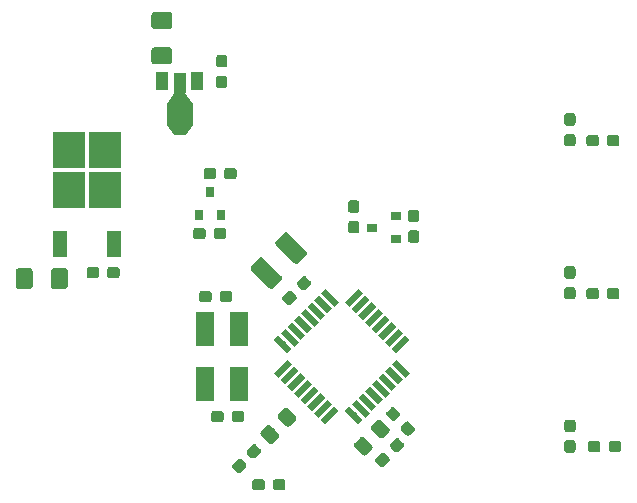
<source format=gbr>
G04 #@! TF.GenerationSoftware,KiCad,Pcbnew,5.1.4+dfsg1-1*
G04 #@! TF.CreationDate,2019-10-01T15:37:08+02:00*
G04 #@! TF.ProjectId,joystick-pcb,6a6f7973-7469-4636-9b2d-7063622e6b69,1*
G04 #@! TF.SameCoordinates,Original*
G04 #@! TF.FileFunction,Paste,Top*
G04 #@! TF.FilePolarity,Positive*
%FSLAX46Y46*%
G04 Gerber Fmt 4.6, Leading zero omitted, Abs format (unit mm)*
G04 Created by KiCad (PCBNEW 5.1.4+dfsg1-1) date 2019-10-01 15:37:08*
%MOMM*%
%LPD*%
G04 APERTURE LIST*
%ADD10R,1.650000X2.850000*%
%ADD11C,0.550000*%
%ADD12C,0.100000*%
%ADD13R,2.750000X3.050000*%
%ADD14R,1.200000X2.200000*%
%ADD15C,1.000000*%
%ADD16R,2.200000X1.840000*%
%ADD17R,1.000000X1.500000*%
%ADD18R,1.000000X1.800000*%
%ADD19C,0.850000*%
%ADD20C,0.950000*%
%ADD21R,0.800000X0.900000*%
%ADD22R,0.900000X0.800000*%
%ADD23C,1.150000*%
%ADD24C,1.425000*%
G04 APERTURE END LIST*
D10*
X151285000Y-83019000D03*
X151285000Y-87669000D03*
X148435000Y-87669000D03*
X148435000Y-83019000D03*
D11*
X161045305Y-80358897D03*
D12*
G36*
X160674074Y-81119037D02*
G01*
X160285165Y-80730128D01*
X161416536Y-79598757D01*
X161805445Y-79987666D01*
X160674074Y-81119037D01*
X160674074Y-81119037D01*
G37*
D11*
X161610990Y-80924583D03*
D12*
G36*
X161239759Y-81684723D02*
G01*
X160850850Y-81295814D01*
X161982221Y-80164443D01*
X162371130Y-80553352D01*
X161239759Y-81684723D01*
X161239759Y-81684723D01*
G37*
D11*
X162176676Y-81490268D03*
D12*
G36*
X161805445Y-82250408D02*
G01*
X161416536Y-81861499D01*
X162547907Y-80730128D01*
X162936816Y-81119037D01*
X161805445Y-82250408D01*
X161805445Y-82250408D01*
G37*
D11*
X162742361Y-82055953D03*
D12*
G36*
X162371130Y-82816093D02*
G01*
X161982221Y-82427184D01*
X163113592Y-81295813D01*
X163502501Y-81684722D01*
X162371130Y-82816093D01*
X162371130Y-82816093D01*
G37*
D11*
X163308047Y-82621639D03*
D12*
G36*
X162936816Y-83381779D02*
G01*
X162547907Y-82992870D01*
X163679278Y-81861499D01*
X164068187Y-82250408D01*
X162936816Y-83381779D01*
X162936816Y-83381779D01*
G37*
D11*
X163873732Y-83187324D03*
D12*
G36*
X163502501Y-83947464D02*
G01*
X163113592Y-83558555D01*
X164244963Y-82427184D01*
X164633872Y-82816093D01*
X163502501Y-83947464D01*
X163502501Y-83947464D01*
G37*
D11*
X164439417Y-83753010D03*
D12*
G36*
X164068186Y-84513150D02*
G01*
X163679277Y-84124241D01*
X164810648Y-82992870D01*
X165199557Y-83381779D01*
X164068186Y-84513150D01*
X164068186Y-84513150D01*
G37*
D11*
X165005103Y-84318695D03*
D12*
G36*
X164633872Y-85078835D02*
G01*
X164244963Y-84689926D01*
X165376334Y-83558555D01*
X165765243Y-83947464D01*
X164633872Y-85078835D01*
X164633872Y-85078835D01*
G37*
D11*
X165005103Y-86369305D03*
D12*
G36*
X164244963Y-85998074D02*
G01*
X164633872Y-85609165D01*
X165765243Y-86740536D01*
X165376334Y-87129445D01*
X164244963Y-85998074D01*
X164244963Y-85998074D01*
G37*
D11*
X164439417Y-86934990D03*
D12*
G36*
X163679277Y-86563759D02*
G01*
X164068186Y-86174850D01*
X165199557Y-87306221D01*
X164810648Y-87695130D01*
X163679277Y-86563759D01*
X163679277Y-86563759D01*
G37*
D11*
X163873732Y-87500676D03*
D12*
G36*
X163113592Y-87129445D02*
G01*
X163502501Y-86740536D01*
X164633872Y-87871907D01*
X164244963Y-88260816D01*
X163113592Y-87129445D01*
X163113592Y-87129445D01*
G37*
D11*
X163308047Y-88066361D03*
D12*
G36*
X162547907Y-87695130D02*
G01*
X162936816Y-87306221D01*
X164068187Y-88437592D01*
X163679278Y-88826501D01*
X162547907Y-87695130D01*
X162547907Y-87695130D01*
G37*
D11*
X162742361Y-88632047D03*
D12*
G36*
X161982221Y-88260816D02*
G01*
X162371130Y-87871907D01*
X163502501Y-89003278D01*
X163113592Y-89392187D01*
X161982221Y-88260816D01*
X161982221Y-88260816D01*
G37*
D11*
X162176676Y-89197732D03*
D12*
G36*
X161416536Y-88826501D02*
G01*
X161805445Y-88437592D01*
X162936816Y-89568963D01*
X162547907Y-89957872D01*
X161416536Y-88826501D01*
X161416536Y-88826501D01*
G37*
D11*
X161610990Y-89763417D03*
D12*
G36*
X160850850Y-89392186D02*
G01*
X161239759Y-89003277D01*
X162371130Y-90134648D01*
X161982221Y-90523557D01*
X160850850Y-89392186D01*
X160850850Y-89392186D01*
G37*
D11*
X161045305Y-90329103D03*
D12*
G36*
X160285165Y-89957872D02*
G01*
X160674074Y-89568963D01*
X161805445Y-90700334D01*
X161416536Y-91089243D01*
X160285165Y-89957872D01*
X160285165Y-89957872D01*
G37*
D11*
X158994695Y-90329103D03*
D12*
G36*
X158623464Y-91089243D02*
G01*
X158234555Y-90700334D01*
X159365926Y-89568963D01*
X159754835Y-89957872D01*
X158623464Y-91089243D01*
X158623464Y-91089243D01*
G37*
D11*
X158429010Y-89763417D03*
D12*
G36*
X158057779Y-90523557D02*
G01*
X157668870Y-90134648D01*
X158800241Y-89003277D01*
X159189150Y-89392186D01*
X158057779Y-90523557D01*
X158057779Y-90523557D01*
G37*
D11*
X157863324Y-89197732D03*
D12*
G36*
X157492093Y-89957872D02*
G01*
X157103184Y-89568963D01*
X158234555Y-88437592D01*
X158623464Y-88826501D01*
X157492093Y-89957872D01*
X157492093Y-89957872D01*
G37*
D11*
X157297639Y-88632047D03*
D12*
G36*
X156926408Y-89392187D02*
G01*
X156537499Y-89003278D01*
X157668870Y-87871907D01*
X158057779Y-88260816D01*
X156926408Y-89392187D01*
X156926408Y-89392187D01*
G37*
D11*
X156731953Y-88066361D03*
D12*
G36*
X156360722Y-88826501D02*
G01*
X155971813Y-88437592D01*
X157103184Y-87306221D01*
X157492093Y-87695130D01*
X156360722Y-88826501D01*
X156360722Y-88826501D01*
G37*
D11*
X156166268Y-87500676D03*
D12*
G36*
X155795037Y-88260816D02*
G01*
X155406128Y-87871907D01*
X156537499Y-86740536D01*
X156926408Y-87129445D01*
X155795037Y-88260816D01*
X155795037Y-88260816D01*
G37*
D11*
X155600583Y-86934990D03*
D12*
G36*
X155229352Y-87695130D02*
G01*
X154840443Y-87306221D01*
X155971814Y-86174850D01*
X156360723Y-86563759D01*
X155229352Y-87695130D01*
X155229352Y-87695130D01*
G37*
D11*
X155034897Y-86369305D03*
D12*
G36*
X154663666Y-87129445D02*
G01*
X154274757Y-86740536D01*
X155406128Y-85609165D01*
X155795037Y-85998074D01*
X154663666Y-87129445D01*
X154663666Y-87129445D01*
G37*
D11*
X155034897Y-84318695D03*
D12*
G36*
X154274757Y-83947464D02*
G01*
X154663666Y-83558555D01*
X155795037Y-84689926D01*
X155406128Y-85078835D01*
X154274757Y-83947464D01*
X154274757Y-83947464D01*
G37*
D11*
X155600583Y-83753010D03*
D12*
G36*
X154840443Y-83381779D02*
G01*
X155229352Y-82992870D01*
X156360723Y-84124241D01*
X155971814Y-84513150D01*
X154840443Y-83381779D01*
X154840443Y-83381779D01*
G37*
D11*
X156166268Y-83187324D03*
D12*
G36*
X155406128Y-82816093D02*
G01*
X155795037Y-82427184D01*
X156926408Y-83558555D01*
X156537499Y-83947464D01*
X155406128Y-82816093D01*
X155406128Y-82816093D01*
G37*
D11*
X156731953Y-82621639D03*
D12*
G36*
X155971813Y-82250408D02*
G01*
X156360722Y-81861499D01*
X157492093Y-82992870D01*
X157103184Y-83381779D01*
X155971813Y-82250408D01*
X155971813Y-82250408D01*
G37*
D11*
X157297639Y-82055953D03*
D12*
G36*
X156537499Y-81684722D02*
G01*
X156926408Y-81295813D01*
X158057779Y-82427184D01*
X157668870Y-82816093D01*
X156537499Y-81684722D01*
X156537499Y-81684722D01*
G37*
D11*
X157863324Y-81490268D03*
D12*
G36*
X157103184Y-81119037D02*
G01*
X157492093Y-80730128D01*
X158623464Y-81861499D01*
X158234555Y-82250408D01*
X157103184Y-81119037D01*
X157103184Y-81119037D01*
G37*
D11*
X158429010Y-80924583D03*
D12*
G36*
X157668870Y-80553352D02*
G01*
X158057779Y-80164443D01*
X159189150Y-81295814D01*
X158800241Y-81684723D01*
X157668870Y-80553352D01*
X157668870Y-80553352D01*
G37*
D11*
X158994695Y-80358897D03*
D12*
G36*
X158234555Y-79987666D02*
G01*
X158623464Y-79598757D01*
X159754835Y-80730128D01*
X159365926Y-81119037D01*
X158234555Y-79987666D01*
X158234555Y-79987666D01*
G37*
D13*
X139955000Y-71203000D03*
X136905000Y-67853000D03*
X136905000Y-71203000D03*
X139955000Y-67853000D03*
D14*
X140710000Y-75828000D03*
X136150000Y-75828000D03*
D15*
X146304000Y-63423800D03*
D12*
G36*
X145204000Y-63923800D02*
G01*
X145904000Y-62923800D01*
X146704000Y-62923800D01*
X147404000Y-63923800D01*
X145204000Y-63923800D01*
X145204000Y-63923800D01*
G37*
D16*
X146304000Y-64833500D03*
D17*
X144804000Y-62020000D03*
D18*
X146304000Y-62166500D03*
D17*
X147804000Y-62020000D03*
D19*
X146304000Y-66167000D03*
D12*
G36*
X147404000Y-65742000D02*
G01*
X146804000Y-66592000D01*
X145804000Y-66592000D01*
X145204000Y-65742000D01*
X147404000Y-65742000D01*
X147404000Y-65742000D01*
G37*
G36*
X148279779Y-74456144D02*
G01*
X148302834Y-74459563D01*
X148325443Y-74465227D01*
X148347387Y-74473079D01*
X148368457Y-74483044D01*
X148388448Y-74495026D01*
X148407168Y-74508910D01*
X148424438Y-74524562D01*
X148440090Y-74541832D01*
X148453974Y-74560552D01*
X148465956Y-74580543D01*
X148475921Y-74601613D01*
X148483773Y-74623557D01*
X148489437Y-74646166D01*
X148492856Y-74669221D01*
X148494000Y-74692500D01*
X148494000Y-75167500D01*
X148492856Y-75190779D01*
X148489437Y-75213834D01*
X148483773Y-75236443D01*
X148475921Y-75258387D01*
X148465956Y-75279457D01*
X148453974Y-75299448D01*
X148440090Y-75318168D01*
X148424438Y-75335438D01*
X148407168Y-75351090D01*
X148388448Y-75364974D01*
X148368457Y-75376956D01*
X148347387Y-75386921D01*
X148325443Y-75394773D01*
X148302834Y-75400437D01*
X148279779Y-75403856D01*
X148256500Y-75405000D01*
X147681500Y-75405000D01*
X147658221Y-75403856D01*
X147635166Y-75400437D01*
X147612557Y-75394773D01*
X147590613Y-75386921D01*
X147569543Y-75376956D01*
X147549552Y-75364974D01*
X147530832Y-75351090D01*
X147513562Y-75335438D01*
X147497910Y-75318168D01*
X147484026Y-75299448D01*
X147472044Y-75279457D01*
X147462079Y-75258387D01*
X147454227Y-75236443D01*
X147448563Y-75213834D01*
X147445144Y-75190779D01*
X147444000Y-75167500D01*
X147444000Y-74692500D01*
X147445144Y-74669221D01*
X147448563Y-74646166D01*
X147454227Y-74623557D01*
X147462079Y-74601613D01*
X147472044Y-74580543D01*
X147484026Y-74560552D01*
X147497910Y-74541832D01*
X147513562Y-74524562D01*
X147530832Y-74508910D01*
X147549552Y-74495026D01*
X147569543Y-74483044D01*
X147590613Y-74473079D01*
X147612557Y-74465227D01*
X147635166Y-74459563D01*
X147658221Y-74456144D01*
X147681500Y-74455000D01*
X148256500Y-74455000D01*
X148279779Y-74456144D01*
X148279779Y-74456144D01*
G37*
D20*
X147969000Y-74930000D03*
D12*
G36*
X150029779Y-74456144D02*
G01*
X150052834Y-74459563D01*
X150075443Y-74465227D01*
X150097387Y-74473079D01*
X150118457Y-74483044D01*
X150138448Y-74495026D01*
X150157168Y-74508910D01*
X150174438Y-74524562D01*
X150190090Y-74541832D01*
X150203974Y-74560552D01*
X150215956Y-74580543D01*
X150225921Y-74601613D01*
X150233773Y-74623557D01*
X150239437Y-74646166D01*
X150242856Y-74669221D01*
X150244000Y-74692500D01*
X150244000Y-75167500D01*
X150242856Y-75190779D01*
X150239437Y-75213834D01*
X150233773Y-75236443D01*
X150225921Y-75258387D01*
X150215956Y-75279457D01*
X150203974Y-75299448D01*
X150190090Y-75318168D01*
X150174438Y-75335438D01*
X150157168Y-75351090D01*
X150138448Y-75364974D01*
X150118457Y-75376956D01*
X150097387Y-75386921D01*
X150075443Y-75394773D01*
X150052834Y-75400437D01*
X150029779Y-75403856D01*
X150006500Y-75405000D01*
X149431500Y-75405000D01*
X149408221Y-75403856D01*
X149385166Y-75400437D01*
X149362557Y-75394773D01*
X149340613Y-75386921D01*
X149319543Y-75376956D01*
X149299552Y-75364974D01*
X149280832Y-75351090D01*
X149263562Y-75335438D01*
X149247910Y-75318168D01*
X149234026Y-75299448D01*
X149222044Y-75279457D01*
X149212079Y-75258387D01*
X149204227Y-75236443D01*
X149198563Y-75213834D01*
X149195144Y-75190779D01*
X149194000Y-75167500D01*
X149194000Y-74692500D01*
X149195144Y-74669221D01*
X149198563Y-74646166D01*
X149204227Y-74623557D01*
X149212079Y-74601613D01*
X149222044Y-74580543D01*
X149234026Y-74560552D01*
X149247910Y-74541832D01*
X149263562Y-74524562D01*
X149280832Y-74508910D01*
X149299552Y-74495026D01*
X149319543Y-74483044D01*
X149340613Y-74473079D01*
X149362557Y-74465227D01*
X149385166Y-74459563D01*
X149408221Y-74456144D01*
X149431500Y-74455000D01*
X150006500Y-74455000D01*
X150029779Y-74456144D01*
X150029779Y-74456144D01*
G37*
D20*
X149719000Y-74930000D03*
D12*
G36*
X166376779Y-74660144D02*
G01*
X166399834Y-74663563D01*
X166422443Y-74669227D01*
X166444387Y-74677079D01*
X166465457Y-74687044D01*
X166485448Y-74699026D01*
X166504168Y-74712910D01*
X166521438Y-74728562D01*
X166537090Y-74745832D01*
X166550974Y-74764552D01*
X166562956Y-74784543D01*
X166572921Y-74805613D01*
X166580773Y-74827557D01*
X166586437Y-74850166D01*
X166589856Y-74873221D01*
X166591000Y-74896500D01*
X166591000Y-75471500D01*
X166589856Y-75494779D01*
X166586437Y-75517834D01*
X166580773Y-75540443D01*
X166572921Y-75562387D01*
X166562956Y-75583457D01*
X166550974Y-75603448D01*
X166537090Y-75622168D01*
X166521438Y-75639438D01*
X166504168Y-75655090D01*
X166485448Y-75668974D01*
X166465457Y-75680956D01*
X166444387Y-75690921D01*
X166422443Y-75698773D01*
X166399834Y-75704437D01*
X166376779Y-75707856D01*
X166353500Y-75709000D01*
X165878500Y-75709000D01*
X165855221Y-75707856D01*
X165832166Y-75704437D01*
X165809557Y-75698773D01*
X165787613Y-75690921D01*
X165766543Y-75680956D01*
X165746552Y-75668974D01*
X165727832Y-75655090D01*
X165710562Y-75639438D01*
X165694910Y-75622168D01*
X165681026Y-75603448D01*
X165669044Y-75583457D01*
X165659079Y-75562387D01*
X165651227Y-75540443D01*
X165645563Y-75517834D01*
X165642144Y-75494779D01*
X165641000Y-75471500D01*
X165641000Y-74896500D01*
X165642144Y-74873221D01*
X165645563Y-74850166D01*
X165651227Y-74827557D01*
X165659079Y-74805613D01*
X165669044Y-74784543D01*
X165681026Y-74764552D01*
X165694910Y-74745832D01*
X165710562Y-74728562D01*
X165727832Y-74712910D01*
X165746552Y-74699026D01*
X165766543Y-74687044D01*
X165787613Y-74677079D01*
X165809557Y-74669227D01*
X165832166Y-74663563D01*
X165855221Y-74660144D01*
X165878500Y-74659000D01*
X166353500Y-74659000D01*
X166376779Y-74660144D01*
X166376779Y-74660144D01*
G37*
D20*
X166116000Y-75184000D03*
D12*
G36*
X166376779Y-72910144D02*
G01*
X166399834Y-72913563D01*
X166422443Y-72919227D01*
X166444387Y-72927079D01*
X166465457Y-72937044D01*
X166485448Y-72949026D01*
X166504168Y-72962910D01*
X166521438Y-72978562D01*
X166537090Y-72995832D01*
X166550974Y-73014552D01*
X166562956Y-73034543D01*
X166572921Y-73055613D01*
X166580773Y-73077557D01*
X166586437Y-73100166D01*
X166589856Y-73123221D01*
X166591000Y-73146500D01*
X166591000Y-73721500D01*
X166589856Y-73744779D01*
X166586437Y-73767834D01*
X166580773Y-73790443D01*
X166572921Y-73812387D01*
X166562956Y-73833457D01*
X166550974Y-73853448D01*
X166537090Y-73872168D01*
X166521438Y-73889438D01*
X166504168Y-73905090D01*
X166485448Y-73918974D01*
X166465457Y-73930956D01*
X166444387Y-73940921D01*
X166422443Y-73948773D01*
X166399834Y-73954437D01*
X166376779Y-73957856D01*
X166353500Y-73959000D01*
X165878500Y-73959000D01*
X165855221Y-73957856D01*
X165832166Y-73954437D01*
X165809557Y-73948773D01*
X165787613Y-73940921D01*
X165766543Y-73930956D01*
X165746552Y-73918974D01*
X165727832Y-73905090D01*
X165710562Y-73889438D01*
X165694910Y-73872168D01*
X165681026Y-73853448D01*
X165669044Y-73833457D01*
X165659079Y-73812387D01*
X165651227Y-73790443D01*
X165645563Y-73767834D01*
X165642144Y-73744779D01*
X165641000Y-73721500D01*
X165641000Y-73146500D01*
X165642144Y-73123221D01*
X165645563Y-73100166D01*
X165651227Y-73077557D01*
X165659079Y-73055613D01*
X165669044Y-73034543D01*
X165681026Y-73014552D01*
X165694910Y-72995832D01*
X165710562Y-72978562D01*
X165727832Y-72962910D01*
X165746552Y-72949026D01*
X165766543Y-72937044D01*
X165787613Y-72927079D01*
X165809557Y-72919227D01*
X165832166Y-72913563D01*
X165855221Y-72910144D01*
X165878500Y-72909000D01*
X166353500Y-72909000D01*
X166376779Y-72910144D01*
X166376779Y-72910144D01*
G37*
D20*
X166116000Y-73434000D03*
D12*
G36*
X150904779Y-69376144D02*
G01*
X150927834Y-69379563D01*
X150950443Y-69385227D01*
X150972387Y-69393079D01*
X150993457Y-69403044D01*
X151013448Y-69415026D01*
X151032168Y-69428910D01*
X151049438Y-69444562D01*
X151065090Y-69461832D01*
X151078974Y-69480552D01*
X151090956Y-69500543D01*
X151100921Y-69521613D01*
X151108773Y-69543557D01*
X151114437Y-69566166D01*
X151117856Y-69589221D01*
X151119000Y-69612500D01*
X151119000Y-70087500D01*
X151117856Y-70110779D01*
X151114437Y-70133834D01*
X151108773Y-70156443D01*
X151100921Y-70178387D01*
X151090956Y-70199457D01*
X151078974Y-70219448D01*
X151065090Y-70238168D01*
X151049438Y-70255438D01*
X151032168Y-70271090D01*
X151013448Y-70284974D01*
X150993457Y-70296956D01*
X150972387Y-70306921D01*
X150950443Y-70314773D01*
X150927834Y-70320437D01*
X150904779Y-70323856D01*
X150881500Y-70325000D01*
X150306500Y-70325000D01*
X150283221Y-70323856D01*
X150260166Y-70320437D01*
X150237557Y-70314773D01*
X150215613Y-70306921D01*
X150194543Y-70296956D01*
X150174552Y-70284974D01*
X150155832Y-70271090D01*
X150138562Y-70255438D01*
X150122910Y-70238168D01*
X150109026Y-70219448D01*
X150097044Y-70199457D01*
X150087079Y-70178387D01*
X150079227Y-70156443D01*
X150073563Y-70133834D01*
X150070144Y-70110779D01*
X150069000Y-70087500D01*
X150069000Y-69612500D01*
X150070144Y-69589221D01*
X150073563Y-69566166D01*
X150079227Y-69543557D01*
X150087079Y-69521613D01*
X150097044Y-69500543D01*
X150109026Y-69480552D01*
X150122910Y-69461832D01*
X150138562Y-69444562D01*
X150155832Y-69428910D01*
X150174552Y-69415026D01*
X150194543Y-69403044D01*
X150215613Y-69393079D01*
X150237557Y-69385227D01*
X150260166Y-69379563D01*
X150283221Y-69376144D01*
X150306500Y-69375000D01*
X150881500Y-69375000D01*
X150904779Y-69376144D01*
X150904779Y-69376144D01*
G37*
D20*
X150594000Y-69850000D03*
D12*
G36*
X149154779Y-69376144D02*
G01*
X149177834Y-69379563D01*
X149200443Y-69385227D01*
X149222387Y-69393079D01*
X149243457Y-69403044D01*
X149263448Y-69415026D01*
X149282168Y-69428910D01*
X149299438Y-69444562D01*
X149315090Y-69461832D01*
X149328974Y-69480552D01*
X149340956Y-69500543D01*
X149350921Y-69521613D01*
X149358773Y-69543557D01*
X149364437Y-69566166D01*
X149367856Y-69589221D01*
X149369000Y-69612500D01*
X149369000Y-70087500D01*
X149367856Y-70110779D01*
X149364437Y-70133834D01*
X149358773Y-70156443D01*
X149350921Y-70178387D01*
X149340956Y-70199457D01*
X149328974Y-70219448D01*
X149315090Y-70238168D01*
X149299438Y-70255438D01*
X149282168Y-70271090D01*
X149263448Y-70284974D01*
X149243457Y-70296956D01*
X149222387Y-70306921D01*
X149200443Y-70314773D01*
X149177834Y-70320437D01*
X149154779Y-70323856D01*
X149131500Y-70325000D01*
X148556500Y-70325000D01*
X148533221Y-70323856D01*
X148510166Y-70320437D01*
X148487557Y-70314773D01*
X148465613Y-70306921D01*
X148444543Y-70296956D01*
X148424552Y-70284974D01*
X148405832Y-70271090D01*
X148388562Y-70255438D01*
X148372910Y-70238168D01*
X148359026Y-70219448D01*
X148347044Y-70199457D01*
X148337079Y-70178387D01*
X148329227Y-70156443D01*
X148323563Y-70133834D01*
X148320144Y-70110779D01*
X148319000Y-70087500D01*
X148319000Y-69612500D01*
X148320144Y-69589221D01*
X148323563Y-69566166D01*
X148329227Y-69543557D01*
X148337079Y-69521613D01*
X148347044Y-69500543D01*
X148359026Y-69480552D01*
X148372910Y-69461832D01*
X148388562Y-69444562D01*
X148405832Y-69428910D01*
X148424552Y-69415026D01*
X148444543Y-69403044D01*
X148465613Y-69393079D01*
X148487557Y-69385227D01*
X148510166Y-69379563D01*
X148533221Y-69376144D01*
X148556500Y-69375000D01*
X149131500Y-69375000D01*
X149154779Y-69376144D01*
X149154779Y-69376144D01*
G37*
D20*
X148844000Y-69850000D03*
D12*
G36*
X161296779Y-72120144D02*
G01*
X161319834Y-72123563D01*
X161342443Y-72129227D01*
X161364387Y-72137079D01*
X161385457Y-72147044D01*
X161405448Y-72159026D01*
X161424168Y-72172910D01*
X161441438Y-72188562D01*
X161457090Y-72205832D01*
X161470974Y-72224552D01*
X161482956Y-72244543D01*
X161492921Y-72265613D01*
X161500773Y-72287557D01*
X161506437Y-72310166D01*
X161509856Y-72333221D01*
X161511000Y-72356500D01*
X161511000Y-72931500D01*
X161509856Y-72954779D01*
X161506437Y-72977834D01*
X161500773Y-73000443D01*
X161492921Y-73022387D01*
X161482956Y-73043457D01*
X161470974Y-73063448D01*
X161457090Y-73082168D01*
X161441438Y-73099438D01*
X161424168Y-73115090D01*
X161405448Y-73128974D01*
X161385457Y-73140956D01*
X161364387Y-73150921D01*
X161342443Y-73158773D01*
X161319834Y-73164437D01*
X161296779Y-73167856D01*
X161273500Y-73169000D01*
X160798500Y-73169000D01*
X160775221Y-73167856D01*
X160752166Y-73164437D01*
X160729557Y-73158773D01*
X160707613Y-73150921D01*
X160686543Y-73140956D01*
X160666552Y-73128974D01*
X160647832Y-73115090D01*
X160630562Y-73099438D01*
X160614910Y-73082168D01*
X160601026Y-73063448D01*
X160589044Y-73043457D01*
X160579079Y-73022387D01*
X160571227Y-73000443D01*
X160565563Y-72977834D01*
X160562144Y-72954779D01*
X160561000Y-72931500D01*
X160561000Y-72356500D01*
X160562144Y-72333221D01*
X160565563Y-72310166D01*
X160571227Y-72287557D01*
X160579079Y-72265613D01*
X160589044Y-72244543D01*
X160601026Y-72224552D01*
X160614910Y-72205832D01*
X160630562Y-72188562D01*
X160647832Y-72172910D01*
X160666552Y-72159026D01*
X160686543Y-72147044D01*
X160707613Y-72137079D01*
X160729557Y-72129227D01*
X160752166Y-72123563D01*
X160775221Y-72120144D01*
X160798500Y-72119000D01*
X161273500Y-72119000D01*
X161296779Y-72120144D01*
X161296779Y-72120144D01*
G37*
D20*
X161036000Y-72644000D03*
D12*
G36*
X161296779Y-73870144D02*
G01*
X161319834Y-73873563D01*
X161342443Y-73879227D01*
X161364387Y-73887079D01*
X161385457Y-73897044D01*
X161405448Y-73909026D01*
X161424168Y-73922910D01*
X161441438Y-73938562D01*
X161457090Y-73955832D01*
X161470974Y-73974552D01*
X161482956Y-73994543D01*
X161492921Y-74015613D01*
X161500773Y-74037557D01*
X161506437Y-74060166D01*
X161509856Y-74083221D01*
X161511000Y-74106500D01*
X161511000Y-74681500D01*
X161509856Y-74704779D01*
X161506437Y-74727834D01*
X161500773Y-74750443D01*
X161492921Y-74772387D01*
X161482956Y-74793457D01*
X161470974Y-74813448D01*
X161457090Y-74832168D01*
X161441438Y-74849438D01*
X161424168Y-74865090D01*
X161405448Y-74878974D01*
X161385457Y-74890956D01*
X161364387Y-74900921D01*
X161342443Y-74908773D01*
X161319834Y-74914437D01*
X161296779Y-74917856D01*
X161273500Y-74919000D01*
X160798500Y-74919000D01*
X160775221Y-74917856D01*
X160752166Y-74914437D01*
X160729557Y-74908773D01*
X160707613Y-74900921D01*
X160686543Y-74890956D01*
X160666552Y-74878974D01*
X160647832Y-74865090D01*
X160630562Y-74849438D01*
X160614910Y-74832168D01*
X160601026Y-74813448D01*
X160589044Y-74793457D01*
X160579079Y-74772387D01*
X160571227Y-74750443D01*
X160565563Y-74727834D01*
X160562144Y-74704779D01*
X160561000Y-74681500D01*
X160561000Y-74106500D01*
X160562144Y-74083221D01*
X160565563Y-74060166D01*
X160571227Y-74037557D01*
X160579079Y-74015613D01*
X160589044Y-73994543D01*
X160601026Y-73974552D01*
X160614910Y-73955832D01*
X160630562Y-73938562D01*
X160647832Y-73922910D01*
X160666552Y-73909026D01*
X160686543Y-73897044D01*
X160707613Y-73887079D01*
X160729557Y-73879227D01*
X160752166Y-73873563D01*
X160775221Y-73870144D01*
X160798500Y-73869000D01*
X161273500Y-73869000D01*
X161296779Y-73870144D01*
X161296779Y-73870144D01*
G37*
D20*
X161036000Y-74394000D03*
D12*
G36*
X151395416Y-93991131D02*
G01*
X151418471Y-93994550D01*
X151441080Y-94000214D01*
X151463024Y-94008066D01*
X151484094Y-94018031D01*
X151504085Y-94030013D01*
X151522805Y-94043897D01*
X151540075Y-94059549D01*
X151875951Y-94395425D01*
X151891603Y-94412695D01*
X151905487Y-94431415D01*
X151917469Y-94451406D01*
X151927434Y-94472476D01*
X151935286Y-94494420D01*
X151940950Y-94517029D01*
X151944369Y-94540084D01*
X151945513Y-94563363D01*
X151944369Y-94586642D01*
X151940950Y-94609697D01*
X151935286Y-94632306D01*
X151927434Y-94654250D01*
X151917469Y-94675320D01*
X151905487Y-94695311D01*
X151891603Y-94714031D01*
X151875951Y-94731301D01*
X151469365Y-95137887D01*
X151452095Y-95153539D01*
X151433375Y-95167423D01*
X151413384Y-95179405D01*
X151392314Y-95189370D01*
X151370370Y-95197222D01*
X151347761Y-95202886D01*
X151324706Y-95206305D01*
X151301427Y-95207449D01*
X151278148Y-95206305D01*
X151255093Y-95202886D01*
X151232484Y-95197222D01*
X151210540Y-95189370D01*
X151189470Y-95179405D01*
X151169479Y-95167423D01*
X151150759Y-95153539D01*
X151133489Y-95137887D01*
X150797613Y-94802011D01*
X150781961Y-94784741D01*
X150768077Y-94766021D01*
X150756095Y-94746030D01*
X150746130Y-94724960D01*
X150738278Y-94703016D01*
X150732614Y-94680407D01*
X150729195Y-94657352D01*
X150728051Y-94634073D01*
X150729195Y-94610794D01*
X150732614Y-94587739D01*
X150738278Y-94565130D01*
X150746130Y-94543186D01*
X150756095Y-94522116D01*
X150768077Y-94502125D01*
X150781961Y-94483405D01*
X150797613Y-94466135D01*
X151204199Y-94059549D01*
X151221469Y-94043897D01*
X151240189Y-94030013D01*
X151260180Y-94018031D01*
X151281250Y-94008066D01*
X151303194Y-94000214D01*
X151325803Y-93994550D01*
X151348858Y-93991131D01*
X151372137Y-93989987D01*
X151395416Y-93991131D01*
X151395416Y-93991131D01*
G37*
D20*
X151336782Y-94598718D03*
D12*
G36*
X152632852Y-92753695D02*
G01*
X152655907Y-92757114D01*
X152678516Y-92762778D01*
X152700460Y-92770630D01*
X152721530Y-92780595D01*
X152741521Y-92792577D01*
X152760241Y-92806461D01*
X152777511Y-92822113D01*
X153113387Y-93157989D01*
X153129039Y-93175259D01*
X153142923Y-93193979D01*
X153154905Y-93213970D01*
X153164870Y-93235040D01*
X153172722Y-93256984D01*
X153178386Y-93279593D01*
X153181805Y-93302648D01*
X153182949Y-93325927D01*
X153181805Y-93349206D01*
X153178386Y-93372261D01*
X153172722Y-93394870D01*
X153164870Y-93416814D01*
X153154905Y-93437884D01*
X153142923Y-93457875D01*
X153129039Y-93476595D01*
X153113387Y-93493865D01*
X152706801Y-93900451D01*
X152689531Y-93916103D01*
X152670811Y-93929987D01*
X152650820Y-93941969D01*
X152629750Y-93951934D01*
X152607806Y-93959786D01*
X152585197Y-93965450D01*
X152562142Y-93968869D01*
X152538863Y-93970013D01*
X152515584Y-93968869D01*
X152492529Y-93965450D01*
X152469920Y-93959786D01*
X152447976Y-93951934D01*
X152426906Y-93941969D01*
X152406915Y-93929987D01*
X152388195Y-93916103D01*
X152370925Y-93900451D01*
X152035049Y-93564575D01*
X152019397Y-93547305D01*
X152005513Y-93528585D01*
X151993531Y-93508594D01*
X151983566Y-93487524D01*
X151975714Y-93465580D01*
X151970050Y-93442971D01*
X151966631Y-93419916D01*
X151965487Y-93396637D01*
X151966631Y-93373358D01*
X151970050Y-93350303D01*
X151975714Y-93327694D01*
X151983566Y-93305750D01*
X151993531Y-93284680D01*
X152005513Y-93264689D01*
X152019397Y-93245969D01*
X152035049Y-93228699D01*
X152441635Y-92822113D01*
X152458905Y-92806461D01*
X152477625Y-92792577D01*
X152497616Y-92780595D01*
X152518686Y-92770630D01*
X152540630Y-92762778D01*
X152563239Y-92757114D01*
X152586294Y-92753695D01*
X152609573Y-92752551D01*
X152632852Y-92753695D01*
X152632852Y-92753695D01*
G37*
D20*
X152574218Y-93361282D03*
D12*
G36*
X153282279Y-95728644D02*
G01*
X153305334Y-95732063D01*
X153327943Y-95737727D01*
X153349887Y-95745579D01*
X153370957Y-95755544D01*
X153390948Y-95767526D01*
X153409668Y-95781410D01*
X153426938Y-95797062D01*
X153442590Y-95814332D01*
X153456474Y-95833052D01*
X153468456Y-95853043D01*
X153478421Y-95874113D01*
X153486273Y-95896057D01*
X153491937Y-95918666D01*
X153495356Y-95941721D01*
X153496500Y-95965000D01*
X153496500Y-96440000D01*
X153495356Y-96463279D01*
X153491937Y-96486334D01*
X153486273Y-96508943D01*
X153478421Y-96530887D01*
X153468456Y-96551957D01*
X153456474Y-96571948D01*
X153442590Y-96590668D01*
X153426938Y-96607938D01*
X153409668Y-96623590D01*
X153390948Y-96637474D01*
X153370957Y-96649456D01*
X153349887Y-96659421D01*
X153327943Y-96667273D01*
X153305334Y-96672937D01*
X153282279Y-96676356D01*
X153259000Y-96677500D01*
X152684000Y-96677500D01*
X152660721Y-96676356D01*
X152637666Y-96672937D01*
X152615057Y-96667273D01*
X152593113Y-96659421D01*
X152572043Y-96649456D01*
X152552052Y-96637474D01*
X152533332Y-96623590D01*
X152516062Y-96607938D01*
X152500410Y-96590668D01*
X152486526Y-96571948D01*
X152474544Y-96551957D01*
X152464579Y-96530887D01*
X152456727Y-96508943D01*
X152451063Y-96486334D01*
X152447644Y-96463279D01*
X152446500Y-96440000D01*
X152446500Y-95965000D01*
X152447644Y-95941721D01*
X152451063Y-95918666D01*
X152456727Y-95896057D01*
X152464579Y-95874113D01*
X152474544Y-95853043D01*
X152486526Y-95833052D01*
X152500410Y-95814332D01*
X152516062Y-95797062D01*
X152533332Y-95781410D01*
X152552052Y-95767526D01*
X152572043Y-95755544D01*
X152593113Y-95745579D01*
X152615057Y-95737727D01*
X152637666Y-95732063D01*
X152660721Y-95728644D01*
X152684000Y-95727500D01*
X153259000Y-95727500D01*
X153282279Y-95728644D01*
X153282279Y-95728644D01*
G37*
D20*
X152971500Y-96202500D03*
D12*
G36*
X155032279Y-95728644D02*
G01*
X155055334Y-95732063D01*
X155077943Y-95737727D01*
X155099887Y-95745579D01*
X155120957Y-95755544D01*
X155140948Y-95767526D01*
X155159668Y-95781410D01*
X155176938Y-95797062D01*
X155192590Y-95814332D01*
X155206474Y-95833052D01*
X155218456Y-95853043D01*
X155228421Y-95874113D01*
X155236273Y-95896057D01*
X155241937Y-95918666D01*
X155245356Y-95941721D01*
X155246500Y-95965000D01*
X155246500Y-96440000D01*
X155245356Y-96463279D01*
X155241937Y-96486334D01*
X155236273Y-96508943D01*
X155228421Y-96530887D01*
X155218456Y-96551957D01*
X155206474Y-96571948D01*
X155192590Y-96590668D01*
X155176938Y-96607938D01*
X155159668Y-96623590D01*
X155140948Y-96637474D01*
X155120957Y-96649456D01*
X155099887Y-96659421D01*
X155077943Y-96667273D01*
X155055334Y-96672937D01*
X155032279Y-96676356D01*
X155009000Y-96677500D01*
X154434000Y-96677500D01*
X154410721Y-96676356D01*
X154387666Y-96672937D01*
X154365057Y-96667273D01*
X154343113Y-96659421D01*
X154322043Y-96649456D01*
X154302052Y-96637474D01*
X154283332Y-96623590D01*
X154266062Y-96607938D01*
X154250410Y-96590668D01*
X154236526Y-96571948D01*
X154224544Y-96551957D01*
X154214579Y-96530887D01*
X154206727Y-96508943D01*
X154201063Y-96486334D01*
X154197644Y-96463279D01*
X154196500Y-96440000D01*
X154196500Y-95965000D01*
X154197644Y-95941721D01*
X154201063Y-95918666D01*
X154206727Y-95896057D01*
X154214579Y-95874113D01*
X154224544Y-95853043D01*
X154236526Y-95833052D01*
X154250410Y-95814332D01*
X154266062Y-95797062D01*
X154283332Y-95781410D01*
X154302052Y-95767526D01*
X154322043Y-95755544D01*
X154343113Y-95745579D01*
X154365057Y-95737727D01*
X154387666Y-95732063D01*
X154410721Y-95728644D01*
X154434000Y-95727500D01*
X155009000Y-95727500D01*
X155032279Y-95728644D01*
X155032279Y-95728644D01*
G37*
D20*
X154721500Y-96202500D03*
D12*
G36*
X181569779Y-66582144D02*
G01*
X181592834Y-66585563D01*
X181615443Y-66591227D01*
X181637387Y-66599079D01*
X181658457Y-66609044D01*
X181678448Y-66621026D01*
X181697168Y-66634910D01*
X181714438Y-66650562D01*
X181730090Y-66667832D01*
X181743974Y-66686552D01*
X181755956Y-66706543D01*
X181765921Y-66727613D01*
X181773773Y-66749557D01*
X181779437Y-66772166D01*
X181782856Y-66795221D01*
X181784000Y-66818500D01*
X181784000Y-67293500D01*
X181782856Y-67316779D01*
X181779437Y-67339834D01*
X181773773Y-67362443D01*
X181765921Y-67384387D01*
X181755956Y-67405457D01*
X181743974Y-67425448D01*
X181730090Y-67444168D01*
X181714438Y-67461438D01*
X181697168Y-67477090D01*
X181678448Y-67490974D01*
X181658457Y-67502956D01*
X181637387Y-67512921D01*
X181615443Y-67520773D01*
X181592834Y-67526437D01*
X181569779Y-67529856D01*
X181546500Y-67531000D01*
X180971500Y-67531000D01*
X180948221Y-67529856D01*
X180925166Y-67526437D01*
X180902557Y-67520773D01*
X180880613Y-67512921D01*
X180859543Y-67502956D01*
X180839552Y-67490974D01*
X180820832Y-67477090D01*
X180803562Y-67461438D01*
X180787910Y-67444168D01*
X180774026Y-67425448D01*
X180762044Y-67405457D01*
X180752079Y-67384387D01*
X180744227Y-67362443D01*
X180738563Y-67339834D01*
X180735144Y-67316779D01*
X180734000Y-67293500D01*
X180734000Y-66818500D01*
X180735144Y-66795221D01*
X180738563Y-66772166D01*
X180744227Y-66749557D01*
X180752079Y-66727613D01*
X180762044Y-66706543D01*
X180774026Y-66686552D01*
X180787910Y-66667832D01*
X180803562Y-66650562D01*
X180820832Y-66634910D01*
X180839552Y-66621026D01*
X180859543Y-66609044D01*
X180880613Y-66599079D01*
X180902557Y-66591227D01*
X180925166Y-66585563D01*
X180948221Y-66582144D01*
X180971500Y-66581000D01*
X181546500Y-66581000D01*
X181569779Y-66582144D01*
X181569779Y-66582144D01*
G37*
D20*
X181259000Y-67056000D03*
D12*
G36*
X183319779Y-66582144D02*
G01*
X183342834Y-66585563D01*
X183365443Y-66591227D01*
X183387387Y-66599079D01*
X183408457Y-66609044D01*
X183428448Y-66621026D01*
X183447168Y-66634910D01*
X183464438Y-66650562D01*
X183480090Y-66667832D01*
X183493974Y-66686552D01*
X183505956Y-66706543D01*
X183515921Y-66727613D01*
X183523773Y-66749557D01*
X183529437Y-66772166D01*
X183532856Y-66795221D01*
X183534000Y-66818500D01*
X183534000Y-67293500D01*
X183532856Y-67316779D01*
X183529437Y-67339834D01*
X183523773Y-67362443D01*
X183515921Y-67384387D01*
X183505956Y-67405457D01*
X183493974Y-67425448D01*
X183480090Y-67444168D01*
X183464438Y-67461438D01*
X183447168Y-67477090D01*
X183428448Y-67490974D01*
X183408457Y-67502956D01*
X183387387Y-67512921D01*
X183365443Y-67520773D01*
X183342834Y-67526437D01*
X183319779Y-67529856D01*
X183296500Y-67531000D01*
X182721500Y-67531000D01*
X182698221Y-67529856D01*
X182675166Y-67526437D01*
X182652557Y-67520773D01*
X182630613Y-67512921D01*
X182609543Y-67502956D01*
X182589552Y-67490974D01*
X182570832Y-67477090D01*
X182553562Y-67461438D01*
X182537910Y-67444168D01*
X182524026Y-67425448D01*
X182512044Y-67405457D01*
X182502079Y-67384387D01*
X182494227Y-67362443D01*
X182488563Y-67339834D01*
X182485144Y-67316779D01*
X182484000Y-67293500D01*
X182484000Y-66818500D01*
X182485144Y-66795221D01*
X182488563Y-66772166D01*
X182494227Y-66749557D01*
X182502079Y-66727613D01*
X182512044Y-66706543D01*
X182524026Y-66686552D01*
X182537910Y-66667832D01*
X182553562Y-66650562D01*
X182570832Y-66634910D01*
X182589552Y-66621026D01*
X182609543Y-66609044D01*
X182630613Y-66599079D01*
X182652557Y-66591227D01*
X182675166Y-66585563D01*
X182698221Y-66582144D01*
X182721500Y-66581000D01*
X183296500Y-66581000D01*
X183319779Y-66582144D01*
X183319779Y-66582144D01*
G37*
D20*
X183009000Y-67056000D03*
D12*
G36*
X181569779Y-79536144D02*
G01*
X181592834Y-79539563D01*
X181615443Y-79545227D01*
X181637387Y-79553079D01*
X181658457Y-79563044D01*
X181678448Y-79575026D01*
X181697168Y-79588910D01*
X181714438Y-79604562D01*
X181730090Y-79621832D01*
X181743974Y-79640552D01*
X181755956Y-79660543D01*
X181765921Y-79681613D01*
X181773773Y-79703557D01*
X181779437Y-79726166D01*
X181782856Y-79749221D01*
X181784000Y-79772500D01*
X181784000Y-80247500D01*
X181782856Y-80270779D01*
X181779437Y-80293834D01*
X181773773Y-80316443D01*
X181765921Y-80338387D01*
X181755956Y-80359457D01*
X181743974Y-80379448D01*
X181730090Y-80398168D01*
X181714438Y-80415438D01*
X181697168Y-80431090D01*
X181678448Y-80444974D01*
X181658457Y-80456956D01*
X181637387Y-80466921D01*
X181615443Y-80474773D01*
X181592834Y-80480437D01*
X181569779Y-80483856D01*
X181546500Y-80485000D01*
X180971500Y-80485000D01*
X180948221Y-80483856D01*
X180925166Y-80480437D01*
X180902557Y-80474773D01*
X180880613Y-80466921D01*
X180859543Y-80456956D01*
X180839552Y-80444974D01*
X180820832Y-80431090D01*
X180803562Y-80415438D01*
X180787910Y-80398168D01*
X180774026Y-80379448D01*
X180762044Y-80359457D01*
X180752079Y-80338387D01*
X180744227Y-80316443D01*
X180738563Y-80293834D01*
X180735144Y-80270779D01*
X180734000Y-80247500D01*
X180734000Y-79772500D01*
X180735144Y-79749221D01*
X180738563Y-79726166D01*
X180744227Y-79703557D01*
X180752079Y-79681613D01*
X180762044Y-79660543D01*
X180774026Y-79640552D01*
X180787910Y-79621832D01*
X180803562Y-79604562D01*
X180820832Y-79588910D01*
X180839552Y-79575026D01*
X180859543Y-79563044D01*
X180880613Y-79553079D01*
X180902557Y-79545227D01*
X180925166Y-79539563D01*
X180948221Y-79536144D01*
X180971500Y-79535000D01*
X181546500Y-79535000D01*
X181569779Y-79536144D01*
X181569779Y-79536144D01*
G37*
D20*
X181259000Y-80010000D03*
D12*
G36*
X183319779Y-79536144D02*
G01*
X183342834Y-79539563D01*
X183365443Y-79545227D01*
X183387387Y-79553079D01*
X183408457Y-79563044D01*
X183428448Y-79575026D01*
X183447168Y-79588910D01*
X183464438Y-79604562D01*
X183480090Y-79621832D01*
X183493974Y-79640552D01*
X183505956Y-79660543D01*
X183515921Y-79681613D01*
X183523773Y-79703557D01*
X183529437Y-79726166D01*
X183532856Y-79749221D01*
X183534000Y-79772500D01*
X183534000Y-80247500D01*
X183532856Y-80270779D01*
X183529437Y-80293834D01*
X183523773Y-80316443D01*
X183515921Y-80338387D01*
X183505956Y-80359457D01*
X183493974Y-80379448D01*
X183480090Y-80398168D01*
X183464438Y-80415438D01*
X183447168Y-80431090D01*
X183428448Y-80444974D01*
X183408457Y-80456956D01*
X183387387Y-80466921D01*
X183365443Y-80474773D01*
X183342834Y-80480437D01*
X183319779Y-80483856D01*
X183296500Y-80485000D01*
X182721500Y-80485000D01*
X182698221Y-80483856D01*
X182675166Y-80480437D01*
X182652557Y-80474773D01*
X182630613Y-80466921D01*
X182609543Y-80456956D01*
X182589552Y-80444974D01*
X182570832Y-80431090D01*
X182553562Y-80415438D01*
X182537910Y-80398168D01*
X182524026Y-80379448D01*
X182512044Y-80359457D01*
X182502079Y-80338387D01*
X182494227Y-80316443D01*
X182488563Y-80293834D01*
X182485144Y-80270779D01*
X182484000Y-80247500D01*
X182484000Y-79772500D01*
X182485144Y-79749221D01*
X182488563Y-79726166D01*
X182494227Y-79703557D01*
X182502079Y-79681613D01*
X182512044Y-79660543D01*
X182524026Y-79640552D01*
X182537910Y-79621832D01*
X182553562Y-79604562D01*
X182570832Y-79588910D01*
X182589552Y-79575026D01*
X182609543Y-79563044D01*
X182630613Y-79553079D01*
X182652557Y-79545227D01*
X182675166Y-79539563D01*
X182698221Y-79536144D01*
X182721500Y-79535000D01*
X183296500Y-79535000D01*
X183319779Y-79536144D01*
X183319779Y-79536144D01*
G37*
D20*
X183009000Y-80010000D03*
D12*
G36*
X181710779Y-92490144D02*
G01*
X181733834Y-92493563D01*
X181756443Y-92499227D01*
X181778387Y-92507079D01*
X181799457Y-92517044D01*
X181819448Y-92529026D01*
X181838168Y-92542910D01*
X181855438Y-92558562D01*
X181871090Y-92575832D01*
X181884974Y-92594552D01*
X181896956Y-92614543D01*
X181906921Y-92635613D01*
X181914773Y-92657557D01*
X181920437Y-92680166D01*
X181923856Y-92703221D01*
X181925000Y-92726500D01*
X181925000Y-93201500D01*
X181923856Y-93224779D01*
X181920437Y-93247834D01*
X181914773Y-93270443D01*
X181906921Y-93292387D01*
X181896956Y-93313457D01*
X181884974Y-93333448D01*
X181871090Y-93352168D01*
X181855438Y-93369438D01*
X181838168Y-93385090D01*
X181819448Y-93398974D01*
X181799457Y-93410956D01*
X181778387Y-93420921D01*
X181756443Y-93428773D01*
X181733834Y-93434437D01*
X181710779Y-93437856D01*
X181687500Y-93439000D01*
X181112500Y-93439000D01*
X181089221Y-93437856D01*
X181066166Y-93434437D01*
X181043557Y-93428773D01*
X181021613Y-93420921D01*
X181000543Y-93410956D01*
X180980552Y-93398974D01*
X180961832Y-93385090D01*
X180944562Y-93369438D01*
X180928910Y-93352168D01*
X180915026Y-93333448D01*
X180903044Y-93313457D01*
X180893079Y-93292387D01*
X180885227Y-93270443D01*
X180879563Y-93247834D01*
X180876144Y-93224779D01*
X180875000Y-93201500D01*
X180875000Y-92726500D01*
X180876144Y-92703221D01*
X180879563Y-92680166D01*
X180885227Y-92657557D01*
X180893079Y-92635613D01*
X180903044Y-92614543D01*
X180915026Y-92594552D01*
X180928910Y-92575832D01*
X180944562Y-92558562D01*
X180961832Y-92542910D01*
X180980552Y-92529026D01*
X181000543Y-92517044D01*
X181021613Y-92507079D01*
X181043557Y-92499227D01*
X181066166Y-92493563D01*
X181089221Y-92490144D01*
X181112500Y-92489000D01*
X181687500Y-92489000D01*
X181710779Y-92490144D01*
X181710779Y-92490144D01*
G37*
D20*
X181400000Y-92964000D03*
D12*
G36*
X183460779Y-92490144D02*
G01*
X183483834Y-92493563D01*
X183506443Y-92499227D01*
X183528387Y-92507079D01*
X183549457Y-92517044D01*
X183569448Y-92529026D01*
X183588168Y-92542910D01*
X183605438Y-92558562D01*
X183621090Y-92575832D01*
X183634974Y-92594552D01*
X183646956Y-92614543D01*
X183656921Y-92635613D01*
X183664773Y-92657557D01*
X183670437Y-92680166D01*
X183673856Y-92703221D01*
X183675000Y-92726500D01*
X183675000Y-93201500D01*
X183673856Y-93224779D01*
X183670437Y-93247834D01*
X183664773Y-93270443D01*
X183656921Y-93292387D01*
X183646956Y-93313457D01*
X183634974Y-93333448D01*
X183621090Y-93352168D01*
X183605438Y-93369438D01*
X183588168Y-93385090D01*
X183569448Y-93398974D01*
X183549457Y-93410956D01*
X183528387Y-93420921D01*
X183506443Y-93428773D01*
X183483834Y-93434437D01*
X183460779Y-93437856D01*
X183437500Y-93439000D01*
X182862500Y-93439000D01*
X182839221Y-93437856D01*
X182816166Y-93434437D01*
X182793557Y-93428773D01*
X182771613Y-93420921D01*
X182750543Y-93410956D01*
X182730552Y-93398974D01*
X182711832Y-93385090D01*
X182694562Y-93369438D01*
X182678910Y-93352168D01*
X182665026Y-93333448D01*
X182653044Y-93313457D01*
X182643079Y-93292387D01*
X182635227Y-93270443D01*
X182629563Y-93247834D01*
X182626144Y-93224779D01*
X182625000Y-93201500D01*
X182625000Y-92726500D01*
X182626144Y-92703221D01*
X182629563Y-92680166D01*
X182635227Y-92657557D01*
X182643079Y-92635613D01*
X182653044Y-92614543D01*
X182665026Y-92594552D01*
X182678910Y-92575832D01*
X182694562Y-92558562D01*
X182711832Y-92542910D01*
X182730552Y-92529026D01*
X182750543Y-92517044D01*
X182771613Y-92507079D01*
X182793557Y-92499227D01*
X182816166Y-92493563D01*
X182839221Y-92490144D01*
X182862500Y-92489000D01*
X183437500Y-92489000D01*
X183460779Y-92490144D01*
X183460779Y-92490144D01*
G37*
D20*
X183150000Y-92964000D03*
D21*
X148844000Y-71390000D03*
X149794000Y-73390000D03*
X147894000Y-73390000D03*
D22*
X162576000Y-74422000D03*
X164576000Y-73472000D03*
X164576000Y-75372000D03*
D12*
G36*
X163220900Y-90680412D02*
G01*
X163245168Y-90684012D01*
X163268967Y-90689973D01*
X163292066Y-90698238D01*
X163314245Y-90708728D01*
X163335288Y-90721340D01*
X163354994Y-90735955D01*
X163373172Y-90752431D01*
X164009569Y-91388828D01*
X164026045Y-91407006D01*
X164040660Y-91426712D01*
X164053272Y-91447755D01*
X164063762Y-91469934D01*
X164072027Y-91493033D01*
X164077988Y-91516832D01*
X164081588Y-91541100D01*
X164082792Y-91565604D01*
X164081588Y-91590108D01*
X164077988Y-91614376D01*
X164072027Y-91638175D01*
X164063762Y-91661274D01*
X164053272Y-91683453D01*
X164040660Y-91704496D01*
X164026045Y-91724202D01*
X164009569Y-91742380D01*
X163549948Y-92202001D01*
X163531770Y-92218477D01*
X163512064Y-92233092D01*
X163491021Y-92245704D01*
X163468842Y-92256194D01*
X163445743Y-92264459D01*
X163421944Y-92270420D01*
X163397676Y-92274020D01*
X163373172Y-92275224D01*
X163348668Y-92274020D01*
X163324400Y-92270420D01*
X163300601Y-92264459D01*
X163277502Y-92256194D01*
X163255323Y-92245704D01*
X163234280Y-92233092D01*
X163214574Y-92218477D01*
X163196396Y-92202001D01*
X162559999Y-91565604D01*
X162543523Y-91547426D01*
X162528908Y-91527720D01*
X162516296Y-91506677D01*
X162505806Y-91484498D01*
X162497541Y-91461399D01*
X162491580Y-91437600D01*
X162487980Y-91413332D01*
X162486776Y-91388828D01*
X162487980Y-91364324D01*
X162491580Y-91340056D01*
X162497541Y-91316257D01*
X162505806Y-91293158D01*
X162516296Y-91270979D01*
X162528908Y-91249936D01*
X162543523Y-91230230D01*
X162559999Y-91212052D01*
X163019620Y-90752431D01*
X163037798Y-90735955D01*
X163057504Y-90721340D01*
X163078547Y-90708728D01*
X163100726Y-90698238D01*
X163123825Y-90689973D01*
X163147624Y-90684012D01*
X163171892Y-90680412D01*
X163196396Y-90679208D01*
X163220900Y-90680412D01*
X163220900Y-90680412D01*
G37*
D23*
X163284784Y-91477216D03*
D12*
G36*
X161771332Y-92129980D02*
G01*
X161795600Y-92133580D01*
X161819399Y-92139541D01*
X161842498Y-92147806D01*
X161864677Y-92158296D01*
X161885720Y-92170908D01*
X161905426Y-92185523D01*
X161923604Y-92201999D01*
X162560001Y-92838396D01*
X162576477Y-92856574D01*
X162591092Y-92876280D01*
X162603704Y-92897323D01*
X162614194Y-92919502D01*
X162622459Y-92942601D01*
X162628420Y-92966400D01*
X162632020Y-92990668D01*
X162633224Y-93015172D01*
X162632020Y-93039676D01*
X162628420Y-93063944D01*
X162622459Y-93087743D01*
X162614194Y-93110842D01*
X162603704Y-93133021D01*
X162591092Y-93154064D01*
X162576477Y-93173770D01*
X162560001Y-93191948D01*
X162100380Y-93651569D01*
X162082202Y-93668045D01*
X162062496Y-93682660D01*
X162041453Y-93695272D01*
X162019274Y-93705762D01*
X161996175Y-93714027D01*
X161972376Y-93719988D01*
X161948108Y-93723588D01*
X161923604Y-93724792D01*
X161899100Y-93723588D01*
X161874832Y-93719988D01*
X161851033Y-93714027D01*
X161827934Y-93705762D01*
X161805755Y-93695272D01*
X161784712Y-93682660D01*
X161765006Y-93668045D01*
X161746828Y-93651569D01*
X161110431Y-93015172D01*
X161093955Y-92996994D01*
X161079340Y-92977288D01*
X161066728Y-92956245D01*
X161056238Y-92934066D01*
X161047973Y-92910967D01*
X161042012Y-92887168D01*
X161038412Y-92862900D01*
X161037208Y-92838396D01*
X161038412Y-92813892D01*
X161042012Y-92789624D01*
X161047973Y-92765825D01*
X161056238Y-92742726D01*
X161066728Y-92720547D01*
X161079340Y-92699504D01*
X161093955Y-92679798D01*
X161110431Y-92661620D01*
X161570052Y-92201999D01*
X161588230Y-92185523D01*
X161607936Y-92170908D01*
X161628979Y-92158296D01*
X161651158Y-92147806D01*
X161674257Y-92139541D01*
X161698056Y-92133580D01*
X161722324Y-92129980D01*
X161746828Y-92128776D01*
X161771332Y-92129980D01*
X161771332Y-92129980D01*
G37*
D23*
X161835216Y-92926784D03*
D12*
G36*
X153871048Y-91140264D02*
G01*
X153895316Y-91143864D01*
X153919115Y-91149825D01*
X153942214Y-91158090D01*
X153964393Y-91168580D01*
X153985436Y-91181192D01*
X154005142Y-91195807D01*
X154023320Y-91212283D01*
X154659717Y-91848680D01*
X154676193Y-91866858D01*
X154690808Y-91886564D01*
X154703420Y-91907607D01*
X154713910Y-91929786D01*
X154722175Y-91952885D01*
X154728136Y-91976684D01*
X154731736Y-92000952D01*
X154732940Y-92025456D01*
X154731736Y-92049960D01*
X154728136Y-92074228D01*
X154722175Y-92098027D01*
X154713910Y-92121126D01*
X154703420Y-92143305D01*
X154690808Y-92164348D01*
X154676193Y-92184054D01*
X154659717Y-92202232D01*
X154200096Y-92661853D01*
X154181918Y-92678329D01*
X154162212Y-92692944D01*
X154141169Y-92705556D01*
X154118990Y-92716046D01*
X154095891Y-92724311D01*
X154072092Y-92730272D01*
X154047824Y-92733872D01*
X154023320Y-92735076D01*
X153998816Y-92733872D01*
X153974548Y-92730272D01*
X153950749Y-92724311D01*
X153927650Y-92716046D01*
X153905471Y-92705556D01*
X153884428Y-92692944D01*
X153864722Y-92678329D01*
X153846544Y-92661853D01*
X153210147Y-92025456D01*
X153193671Y-92007278D01*
X153179056Y-91987572D01*
X153166444Y-91966529D01*
X153155954Y-91944350D01*
X153147689Y-91921251D01*
X153141728Y-91897452D01*
X153138128Y-91873184D01*
X153136924Y-91848680D01*
X153138128Y-91824176D01*
X153141728Y-91799908D01*
X153147689Y-91776109D01*
X153155954Y-91753010D01*
X153166444Y-91730831D01*
X153179056Y-91709788D01*
X153193671Y-91690082D01*
X153210147Y-91671904D01*
X153669768Y-91212283D01*
X153687946Y-91195807D01*
X153707652Y-91181192D01*
X153728695Y-91168580D01*
X153750874Y-91158090D01*
X153773973Y-91149825D01*
X153797772Y-91143864D01*
X153822040Y-91140264D01*
X153846544Y-91139060D01*
X153871048Y-91140264D01*
X153871048Y-91140264D01*
G37*
D23*
X153934932Y-91937068D03*
D12*
G36*
X155320616Y-89690696D02*
G01*
X155344884Y-89694296D01*
X155368683Y-89700257D01*
X155391782Y-89708522D01*
X155413961Y-89719012D01*
X155435004Y-89731624D01*
X155454710Y-89746239D01*
X155472888Y-89762715D01*
X156109285Y-90399112D01*
X156125761Y-90417290D01*
X156140376Y-90436996D01*
X156152988Y-90458039D01*
X156163478Y-90480218D01*
X156171743Y-90503317D01*
X156177704Y-90527116D01*
X156181304Y-90551384D01*
X156182508Y-90575888D01*
X156181304Y-90600392D01*
X156177704Y-90624660D01*
X156171743Y-90648459D01*
X156163478Y-90671558D01*
X156152988Y-90693737D01*
X156140376Y-90714780D01*
X156125761Y-90734486D01*
X156109285Y-90752664D01*
X155649664Y-91212285D01*
X155631486Y-91228761D01*
X155611780Y-91243376D01*
X155590737Y-91255988D01*
X155568558Y-91266478D01*
X155545459Y-91274743D01*
X155521660Y-91280704D01*
X155497392Y-91284304D01*
X155472888Y-91285508D01*
X155448384Y-91284304D01*
X155424116Y-91280704D01*
X155400317Y-91274743D01*
X155377218Y-91266478D01*
X155355039Y-91255988D01*
X155333996Y-91243376D01*
X155314290Y-91228761D01*
X155296112Y-91212285D01*
X154659715Y-90575888D01*
X154643239Y-90557710D01*
X154628624Y-90538004D01*
X154616012Y-90516961D01*
X154605522Y-90494782D01*
X154597257Y-90471683D01*
X154591296Y-90447884D01*
X154587696Y-90423616D01*
X154586492Y-90399112D01*
X154587696Y-90374608D01*
X154591296Y-90350340D01*
X154597257Y-90326541D01*
X154605522Y-90303442D01*
X154616012Y-90281263D01*
X154628624Y-90260220D01*
X154643239Y-90240514D01*
X154659715Y-90222336D01*
X155119336Y-89762715D01*
X155137514Y-89746239D01*
X155157220Y-89731624D01*
X155178263Y-89719012D01*
X155200442Y-89708522D01*
X155223541Y-89700257D01*
X155247340Y-89694296D01*
X155271608Y-89690696D01*
X155296112Y-89689492D01*
X155320616Y-89690696D01*
X155320616Y-89690696D01*
G37*
D23*
X155384500Y-90487500D03*
D12*
G36*
X149803779Y-89950144D02*
G01*
X149826834Y-89953563D01*
X149849443Y-89959227D01*
X149871387Y-89967079D01*
X149892457Y-89977044D01*
X149912448Y-89989026D01*
X149931168Y-90002910D01*
X149948438Y-90018562D01*
X149964090Y-90035832D01*
X149977974Y-90054552D01*
X149989956Y-90074543D01*
X149999921Y-90095613D01*
X150007773Y-90117557D01*
X150013437Y-90140166D01*
X150016856Y-90163221D01*
X150018000Y-90186500D01*
X150018000Y-90661500D01*
X150016856Y-90684779D01*
X150013437Y-90707834D01*
X150007773Y-90730443D01*
X149999921Y-90752387D01*
X149989956Y-90773457D01*
X149977974Y-90793448D01*
X149964090Y-90812168D01*
X149948438Y-90829438D01*
X149931168Y-90845090D01*
X149912448Y-90858974D01*
X149892457Y-90870956D01*
X149871387Y-90880921D01*
X149849443Y-90888773D01*
X149826834Y-90894437D01*
X149803779Y-90897856D01*
X149780500Y-90899000D01*
X149205500Y-90899000D01*
X149182221Y-90897856D01*
X149159166Y-90894437D01*
X149136557Y-90888773D01*
X149114613Y-90880921D01*
X149093543Y-90870956D01*
X149073552Y-90858974D01*
X149054832Y-90845090D01*
X149037562Y-90829438D01*
X149021910Y-90812168D01*
X149008026Y-90793448D01*
X148996044Y-90773457D01*
X148986079Y-90752387D01*
X148978227Y-90730443D01*
X148972563Y-90707834D01*
X148969144Y-90684779D01*
X148968000Y-90661500D01*
X148968000Y-90186500D01*
X148969144Y-90163221D01*
X148972563Y-90140166D01*
X148978227Y-90117557D01*
X148986079Y-90095613D01*
X148996044Y-90074543D01*
X149008026Y-90054552D01*
X149021910Y-90035832D01*
X149037562Y-90018562D01*
X149054832Y-90002910D01*
X149073552Y-89989026D01*
X149093543Y-89977044D01*
X149114613Y-89967079D01*
X149136557Y-89959227D01*
X149159166Y-89953563D01*
X149182221Y-89950144D01*
X149205500Y-89949000D01*
X149780500Y-89949000D01*
X149803779Y-89950144D01*
X149803779Y-89950144D01*
G37*
D20*
X149493000Y-90424000D03*
D12*
G36*
X151553779Y-89950144D02*
G01*
X151576834Y-89953563D01*
X151599443Y-89959227D01*
X151621387Y-89967079D01*
X151642457Y-89977044D01*
X151662448Y-89989026D01*
X151681168Y-90002910D01*
X151698438Y-90018562D01*
X151714090Y-90035832D01*
X151727974Y-90054552D01*
X151739956Y-90074543D01*
X151749921Y-90095613D01*
X151757773Y-90117557D01*
X151763437Y-90140166D01*
X151766856Y-90163221D01*
X151768000Y-90186500D01*
X151768000Y-90661500D01*
X151766856Y-90684779D01*
X151763437Y-90707834D01*
X151757773Y-90730443D01*
X151749921Y-90752387D01*
X151739956Y-90773457D01*
X151727974Y-90793448D01*
X151714090Y-90812168D01*
X151698438Y-90829438D01*
X151681168Y-90845090D01*
X151662448Y-90858974D01*
X151642457Y-90870956D01*
X151621387Y-90880921D01*
X151599443Y-90888773D01*
X151576834Y-90894437D01*
X151553779Y-90897856D01*
X151530500Y-90899000D01*
X150955500Y-90899000D01*
X150932221Y-90897856D01*
X150909166Y-90894437D01*
X150886557Y-90888773D01*
X150864613Y-90880921D01*
X150843543Y-90870956D01*
X150823552Y-90858974D01*
X150804832Y-90845090D01*
X150787562Y-90829438D01*
X150771910Y-90812168D01*
X150758026Y-90793448D01*
X150746044Y-90773457D01*
X150736079Y-90752387D01*
X150728227Y-90730443D01*
X150722563Y-90707834D01*
X150719144Y-90684779D01*
X150718000Y-90661500D01*
X150718000Y-90186500D01*
X150719144Y-90163221D01*
X150722563Y-90140166D01*
X150728227Y-90117557D01*
X150736079Y-90095613D01*
X150746044Y-90074543D01*
X150758026Y-90054552D01*
X150771910Y-90035832D01*
X150787562Y-90018562D01*
X150804832Y-90002910D01*
X150823552Y-89989026D01*
X150843543Y-89977044D01*
X150864613Y-89967079D01*
X150886557Y-89959227D01*
X150909166Y-89953563D01*
X150932221Y-89950144D01*
X150955500Y-89949000D01*
X151530500Y-89949000D01*
X151553779Y-89950144D01*
X151553779Y-89950144D01*
G37*
D20*
X151243000Y-90424000D03*
D12*
G36*
X150537779Y-79790144D02*
G01*
X150560834Y-79793563D01*
X150583443Y-79799227D01*
X150605387Y-79807079D01*
X150626457Y-79817044D01*
X150646448Y-79829026D01*
X150665168Y-79842910D01*
X150682438Y-79858562D01*
X150698090Y-79875832D01*
X150711974Y-79894552D01*
X150723956Y-79914543D01*
X150733921Y-79935613D01*
X150741773Y-79957557D01*
X150747437Y-79980166D01*
X150750856Y-80003221D01*
X150752000Y-80026500D01*
X150752000Y-80501500D01*
X150750856Y-80524779D01*
X150747437Y-80547834D01*
X150741773Y-80570443D01*
X150733921Y-80592387D01*
X150723956Y-80613457D01*
X150711974Y-80633448D01*
X150698090Y-80652168D01*
X150682438Y-80669438D01*
X150665168Y-80685090D01*
X150646448Y-80698974D01*
X150626457Y-80710956D01*
X150605387Y-80720921D01*
X150583443Y-80728773D01*
X150560834Y-80734437D01*
X150537779Y-80737856D01*
X150514500Y-80739000D01*
X149939500Y-80739000D01*
X149916221Y-80737856D01*
X149893166Y-80734437D01*
X149870557Y-80728773D01*
X149848613Y-80720921D01*
X149827543Y-80710956D01*
X149807552Y-80698974D01*
X149788832Y-80685090D01*
X149771562Y-80669438D01*
X149755910Y-80652168D01*
X149742026Y-80633448D01*
X149730044Y-80613457D01*
X149720079Y-80592387D01*
X149712227Y-80570443D01*
X149706563Y-80547834D01*
X149703144Y-80524779D01*
X149702000Y-80501500D01*
X149702000Y-80026500D01*
X149703144Y-80003221D01*
X149706563Y-79980166D01*
X149712227Y-79957557D01*
X149720079Y-79935613D01*
X149730044Y-79914543D01*
X149742026Y-79894552D01*
X149755910Y-79875832D01*
X149771562Y-79858562D01*
X149788832Y-79842910D01*
X149807552Y-79829026D01*
X149827543Y-79817044D01*
X149848613Y-79807079D01*
X149870557Y-79799227D01*
X149893166Y-79793563D01*
X149916221Y-79790144D01*
X149939500Y-79789000D01*
X150514500Y-79789000D01*
X150537779Y-79790144D01*
X150537779Y-79790144D01*
G37*
D20*
X150227000Y-80264000D03*
D12*
G36*
X148787779Y-79790144D02*
G01*
X148810834Y-79793563D01*
X148833443Y-79799227D01*
X148855387Y-79807079D01*
X148876457Y-79817044D01*
X148896448Y-79829026D01*
X148915168Y-79842910D01*
X148932438Y-79858562D01*
X148948090Y-79875832D01*
X148961974Y-79894552D01*
X148973956Y-79914543D01*
X148983921Y-79935613D01*
X148991773Y-79957557D01*
X148997437Y-79980166D01*
X149000856Y-80003221D01*
X149002000Y-80026500D01*
X149002000Y-80501500D01*
X149000856Y-80524779D01*
X148997437Y-80547834D01*
X148991773Y-80570443D01*
X148983921Y-80592387D01*
X148973956Y-80613457D01*
X148961974Y-80633448D01*
X148948090Y-80652168D01*
X148932438Y-80669438D01*
X148915168Y-80685090D01*
X148896448Y-80698974D01*
X148876457Y-80710956D01*
X148855387Y-80720921D01*
X148833443Y-80728773D01*
X148810834Y-80734437D01*
X148787779Y-80737856D01*
X148764500Y-80739000D01*
X148189500Y-80739000D01*
X148166221Y-80737856D01*
X148143166Y-80734437D01*
X148120557Y-80728773D01*
X148098613Y-80720921D01*
X148077543Y-80710956D01*
X148057552Y-80698974D01*
X148038832Y-80685090D01*
X148021562Y-80669438D01*
X148005910Y-80652168D01*
X147992026Y-80633448D01*
X147980044Y-80613457D01*
X147970079Y-80592387D01*
X147962227Y-80570443D01*
X147956563Y-80547834D01*
X147953144Y-80524779D01*
X147952000Y-80501500D01*
X147952000Y-80026500D01*
X147953144Y-80003221D01*
X147956563Y-79980166D01*
X147962227Y-79957557D01*
X147970079Y-79935613D01*
X147980044Y-79914543D01*
X147992026Y-79894552D01*
X148005910Y-79875832D01*
X148021562Y-79858562D01*
X148038832Y-79842910D01*
X148057552Y-79829026D01*
X148077543Y-79817044D01*
X148098613Y-79807079D01*
X148120557Y-79799227D01*
X148143166Y-79793563D01*
X148166221Y-79790144D01*
X148189500Y-79789000D01*
X148764500Y-79789000D01*
X148787779Y-79790144D01*
X148787779Y-79790144D01*
G37*
D20*
X148477000Y-80264000D03*
D12*
G36*
X164761352Y-92245695D02*
G01*
X164784407Y-92249114D01*
X164807016Y-92254778D01*
X164828960Y-92262630D01*
X164850030Y-92272595D01*
X164870021Y-92284577D01*
X164888741Y-92298461D01*
X164906011Y-92314113D01*
X165241887Y-92649989D01*
X165257539Y-92667259D01*
X165271423Y-92685979D01*
X165283405Y-92705970D01*
X165293370Y-92727040D01*
X165301222Y-92748984D01*
X165306886Y-92771593D01*
X165310305Y-92794648D01*
X165311449Y-92817927D01*
X165310305Y-92841206D01*
X165306886Y-92864261D01*
X165301222Y-92886870D01*
X165293370Y-92908814D01*
X165283405Y-92929884D01*
X165271423Y-92949875D01*
X165257539Y-92968595D01*
X165241887Y-92985865D01*
X164835301Y-93392451D01*
X164818031Y-93408103D01*
X164799311Y-93421987D01*
X164779320Y-93433969D01*
X164758250Y-93443934D01*
X164736306Y-93451786D01*
X164713697Y-93457450D01*
X164690642Y-93460869D01*
X164667363Y-93462013D01*
X164644084Y-93460869D01*
X164621029Y-93457450D01*
X164598420Y-93451786D01*
X164576476Y-93443934D01*
X164555406Y-93433969D01*
X164535415Y-93421987D01*
X164516695Y-93408103D01*
X164499425Y-93392451D01*
X164163549Y-93056575D01*
X164147897Y-93039305D01*
X164134013Y-93020585D01*
X164122031Y-93000594D01*
X164112066Y-92979524D01*
X164104214Y-92957580D01*
X164098550Y-92934971D01*
X164095131Y-92911916D01*
X164093987Y-92888637D01*
X164095131Y-92865358D01*
X164098550Y-92842303D01*
X164104214Y-92819694D01*
X164112066Y-92797750D01*
X164122031Y-92776680D01*
X164134013Y-92756689D01*
X164147897Y-92737969D01*
X164163549Y-92720699D01*
X164570135Y-92314113D01*
X164587405Y-92298461D01*
X164606125Y-92284577D01*
X164626116Y-92272595D01*
X164647186Y-92262630D01*
X164669130Y-92254778D01*
X164691739Y-92249114D01*
X164714794Y-92245695D01*
X164738073Y-92244551D01*
X164761352Y-92245695D01*
X164761352Y-92245695D01*
G37*
D20*
X164702718Y-92853282D03*
D12*
G36*
X163523916Y-93483131D02*
G01*
X163546971Y-93486550D01*
X163569580Y-93492214D01*
X163591524Y-93500066D01*
X163612594Y-93510031D01*
X163632585Y-93522013D01*
X163651305Y-93535897D01*
X163668575Y-93551549D01*
X164004451Y-93887425D01*
X164020103Y-93904695D01*
X164033987Y-93923415D01*
X164045969Y-93943406D01*
X164055934Y-93964476D01*
X164063786Y-93986420D01*
X164069450Y-94009029D01*
X164072869Y-94032084D01*
X164074013Y-94055363D01*
X164072869Y-94078642D01*
X164069450Y-94101697D01*
X164063786Y-94124306D01*
X164055934Y-94146250D01*
X164045969Y-94167320D01*
X164033987Y-94187311D01*
X164020103Y-94206031D01*
X164004451Y-94223301D01*
X163597865Y-94629887D01*
X163580595Y-94645539D01*
X163561875Y-94659423D01*
X163541884Y-94671405D01*
X163520814Y-94681370D01*
X163498870Y-94689222D01*
X163476261Y-94694886D01*
X163453206Y-94698305D01*
X163429927Y-94699449D01*
X163406648Y-94698305D01*
X163383593Y-94694886D01*
X163360984Y-94689222D01*
X163339040Y-94681370D01*
X163317970Y-94671405D01*
X163297979Y-94659423D01*
X163279259Y-94645539D01*
X163261989Y-94629887D01*
X162926113Y-94294011D01*
X162910461Y-94276741D01*
X162896577Y-94258021D01*
X162884595Y-94238030D01*
X162874630Y-94216960D01*
X162866778Y-94195016D01*
X162861114Y-94172407D01*
X162857695Y-94149352D01*
X162856551Y-94126073D01*
X162857695Y-94102794D01*
X162861114Y-94079739D01*
X162866778Y-94057130D01*
X162874630Y-94035186D01*
X162884595Y-94014116D01*
X162896577Y-93994125D01*
X162910461Y-93975405D01*
X162926113Y-93958135D01*
X163332699Y-93551549D01*
X163349969Y-93535897D01*
X163368689Y-93522013D01*
X163388680Y-93510031D01*
X163409750Y-93500066D01*
X163431694Y-93492214D01*
X163454303Y-93486550D01*
X163477358Y-93483131D01*
X163500637Y-93481987D01*
X163523916Y-93483131D01*
X163523916Y-93483131D01*
G37*
D20*
X163465282Y-94090718D03*
D12*
G36*
X156887352Y-78529695D02*
G01*
X156910407Y-78533114D01*
X156933016Y-78538778D01*
X156954960Y-78546630D01*
X156976030Y-78556595D01*
X156996021Y-78568577D01*
X157014741Y-78582461D01*
X157032011Y-78598113D01*
X157367887Y-78933989D01*
X157383539Y-78951259D01*
X157397423Y-78969979D01*
X157409405Y-78989970D01*
X157419370Y-79011040D01*
X157427222Y-79032984D01*
X157432886Y-79055593D01*
X157436305Y-79078648D01*
X157437449Y-79101927D01*
X157436305Y-79125206D01*
X157432886Y-79148261D01*
X157427222Y-79170870D01*
X157419370Y-79192814D01*
X157409405Y-79213884D01*
X157397423Y-79233875D01*
X157383539Y-79252595D01*
X157367887Y-79269865D01*
X156961301Y-79676451D01*
X156944031Y-79692103D01*
X156925311Y-79705987D01*
X156905320Y-79717969D01*
X156884250Y-79727934D01*
X156862306Y-79735786D01*
X156839697Y-79741450D01*
X156816642Y-79744869D01*
X156793363Y-79746013D01*
X156770084Y-79744869D01*
X156747029Y-79741450D01*
X156724420Y-79735786D01*
X156702476Y-79727934D01*
X156681406Y-79717969D01*
X156661415Y-79705987D01*
X156642695Y-79692103D01*
X156625425Y-79676451D01*
X156289549Y-79340575D01*
X156273897Y-79323305D01*
X156260013Y-79304585D01*
X156248031Y-79284594D01*
X156238066Y-79263524D01*
X156230214Y-79241580D01*
X156224550Y-79218971D01*
X156221131Y-79195916D01*
X156219987Y-79172637D01*
X156221131Y-79149358D01*
X156224550Y-79126303D01*
X156230214Y-79103694D01*
X156238066Y-79081750D01*
X156248031Y-79060680D01*
X156260013Y-79040689D01*
X156273897Y-79021969D01*
X156289549Y-79004699D01*
X156696135Y-78598113D01*
X156713405Y-78582461D01*
X156732125Y-78568577D01*
X156752116Y-78556595D01*
X156773186Y-78546630D01*
X156795130Y-78538778D01*
X156817739Y-78533114D01*
X156840794Y-78529695D01*
X156864073Y-78528551D01*
X156887352Y-78529695D01*
X156887352Y-78529695D01*
G37*
D20*
X156828718Y-79137282D03*
D12*
G36*
X155649916Y-79767131D02*
G01*
X155672971Y-79770550D01*
X155695580Y-79776214D01*
X155717524Y-79784066D01*
X155738594Y-79794031D01*
X155758585Y-79806013D01*
X155777305Y-79819897D01*
X155794575Y-79835549D01*
X156130451Y-80171425D01*
X156146103Y-80188695D01*
X156159987Y-80207415D01*
X156171969Y-80227406D01*
X156181934Y-80248476D01*
X156189786Y-80270420D01*
X156195450Y-80293029D01*
X156198869Y-80316084D01*
X156200013Y-80339363D01*
X156198869Y-80362642D01*
X156195450Y-80385697D01*
X156189786Y-80408306D01*
X156181934Y-80430250D01*
X156171969Y-80451320D01*
X156159987Y-80471311D01*
X156146103Y-80490031D01*
X156130451Y-80507301D01*
X155723865Y-80913887D01*
X155706595Y-80929539D01*
X155687875Y-80943423D01*
X155667884Y-80955405D01*
X155646814Y-80965370D01*
X155624870Y-80973222D01*
X155602261Y-80978886D01*
X155579206Y-80982305D01*
X155555927Y-80983449D01*
X155532648Y-80982305D01*
X155509593Y-80978886D01*
X155486984Y-80973222D01*
X155465040Y-80965370D01*
X155443970Y-80955405D01*
X155423979Y-80943423D01*
X155405259Y-80929539D01*
X155387989Y-80913887D01*
X155052113Y-80578011D01*
X155036461Y-80560741D01*
X155022577Y-80542021D01*
X155010595Y-80522030D01*
X155000630Y-80500960D01*
X154992778Y-80479016D01*
X154987114Y-80456407D01*
X154983695Y-80433352D01*
X154982551Y-80410073D01*
X154983695Y-80386794D01*
X154987114Y-80363739D01*
X154992778Y-80341130D01*
X155000630Y-80319186D01*
X155010595Y-80298116D01*
X155022577Y-80278125D01*
X155036461Y-80259405D01*
X155052113Y-80242135D01*
X155458699Y-79835549D01*
X155475969Y-79819897D01*
X155494689Y-79806013D01*
X155514680Y-79794031D01*
X155535750Y-79784066D01*
X155557694Y-79776214D01*
X155580303Y-79770550D01*
X155603358Y-79767131D01*
X155626637Y-79765987D01*
X155649916Y-79767131D01*
X155649916Y-79767131D01*
G37*
D20*
X155591282Y-80374718D03*
D12*
G36*
X155329222Y-74828206D02*
G01*
X155353491Y-74831806D01*
X155377289Y-74837767D01*
X155400389Y-74846032D01*
X155422567Y-74856522D01*
X155443611Y-74869135D01*
X155463316Y-74883749D01*
X155481495Y-74900225D01*
X157001775Y-76420505D01*
X157018251Y-76438684D01*
X157032865Y-76458389D01*
X157045478Y-76479433D01*
X157055968Y-76501611D01*
X157064233Y-76524711D01*
X157070194Y-76548509D01*
X157073794Y-76572778D01*
X157074998Y-76597282D01*
X157073794Y-76621786D01*
X157070194Y-76646055D01*
X157064233Y-76669853D01*
X157055968Y-76692953D01*
X157045478Y-76715131D01*
X157032865Y-76736175D01*
X157018251Y-76755880D01*
X157001775Y-76774059D01*
X156347701Y-77428133D01*
X156329522Y-77444609D01*
X156309817Y-77459223D01*
X156288773Y-77471836D01*
X156266595Y-77482326D01*
X156243495Y-77490591D01*
X156219697Y-77496552D01*
X156195428Y-77500152D01*
X156170924Y-77501356D01*
X156146420Y-77500152D01*
X156122151Y-77496552D01*
X156098353Y-77490591D01*
X156075253Y-77482326D01*
X156053075Y-77471836D01*
X156032031Y-77459223D01*
X156012326Y-77444609D01*
X155994147Y-77428133D01*
X154473867Y-75907853D01*
X154457391Y-75889674D01*
X154442777Y-75869969D01*
X154430164Y-75848925D01*
X154419674Y-75826747D01*
X154411409Y-75803647D01*
X154405448Y-75779849D01*
X154401848Y-75755580D01*
X154400644Y-75731076D01*
X154401848Y-75706572D01*
X154405448Y-75682303D01*
X154411409Y-75658505D01*
X154419674Y-75635405D01*
X154430164Y-75613227D01*
X154442777Y-75592183D01*
X154457391Y-75572478D01*
X154473867Y-75554299D01*
X155127941Y-74900225D01*
X155146120Y-74883749D01*
X155165825Y-74869135D01*
X155186869Y-74856522D01*
X155209047Y-74846032D01*
X155232147Y-74837767D01*
X155255945Y-74831806D01*
X155280214Y-74828206D01*
X155304718Y-74827002D01*
X155329222Y-74828206D01*
X155329222Y-74828206D01*
G37*
D24*
X155737821Y-76164179D03*
D12*
G36*
X153225580Y-76931848D02*
G01*
X153249849Y-76935448D01*
X153273647Y-76941409D01*
X153296747Y-76949674D01*
X153318925Y-76960164D01*
X153339969Y-76972777D01*
X153359674Y-76987391D01*
X153377853Y-77003867D01*
X154898133Y-78524147D01*
X154914609Y-78542326D01*
X154929223Y-78562031D01*
X154941836Y-78583075D01*
X154952326Y-78605253D01*
X154960591Y-78628353D01*
X154966552Y-78652151D01*
X154970152Y-78676420D01*
X154971356Y-78700924D01*
X154970152Y-78725428D01*
X154966552Y-78749697D01*
X154960591Y-78773495D01*
X154952326Y-78796595D01*
X154941836Y-78818773D01*
X154929223Y-78839817D01*
X154914609Y-78859522D01*
X154898133Y-78877701D01*
X154244059Y-79531775D01*
X154225880Y-79548251D01*
X154206175Y-79562865D01*
X154185131Y-79575478D01*
X154162953Y-79585968D01*
X154139853Y-79594233D01*
X154116055Y-79600194D01*
X154091786Y-79603794D01*
X154067282Y-79604998D01*
X154042778Y-79603794D01*
X154018509Y-79600194D01*
X153994711Y-79594233D01*
X153971611Y-79585968D01*
X153949433Y-79575478D01*
X153928389Y-79562865D01*
X153908684Y-79548251D01*
X153890505Y-79531775D01*
X152370225Y-78011495D01*
X152353749Y-77993316D01*
X152339135Y-77973611D01*
X152326522Y-77952567D01*
X152316032Y-77930389D01*
X152307767Y-77907289D01*
X152301806Y-77883491D01*
X152298206Y-77859222D01*
X152297002Y-77834718D01*
X152298206Y-77810214D01*
X152301806Y-77785945D01*
X152307767Y-77762147D01*
X152316032Y-77739047D01*
X152326522Y-77716869D01*
X152339135Y-77695825D01*
X152353749Y-77676120D01*
X152370225Y-77657941D01*
X153024299Y-77003867D01*
X153042478Y-76987391D01*
X153062183Y-76972777D01*
X153083227Y-76960164D01*
X153105405Y-76949674D01*
X153128505Y-76941409D01*
X153152303Y-76935448D01*
X153176572Y-76931848D01*
X153201076Y-76930644D01*
X153225580Y-76931848D01*
X153225580Y-76931848D01*
G37*
D24*
X153634179Y-78267821D03*
D12*
G36*
X165595924Y-90832413D02*
G01*
X165618979Y-90835832D01*
X165641588Y-90841496D01*
X165663532Y-90849348D01*
X165684602Y-90859313D01*
X165704593Y-90871295D01*
X165723313Y-90885179D01*
X165740583Y-90900831D01*
X166147169Y-91307417D01*
X166162821Y-91324687D01*
X166176705Y-91343407D01*
X166188687Y-91363398D01*
X166198652Y-91384468D01*
X166206504Y-91406412D01*
X166212168Y-91429021D01*
X166215587Y-91452076D01*
X166216731Y-91475355D01*
X166215587Y-91498634D01*
X166212168Y-91521689D01*
X166206504Y-91544298D01*
X166198652Y-91566242D01*
X166188687Y-91587312D01*
X166176705Y-91607303D01*
X166162821Y-91626023D01*
X166147169Y-91643293D01*
X165811293Y-91979169D01*
X165794023Y-91994821D01*
X165775303Y-92008705D01*
X165755312Y-92020687D01*
X165734242Y-92030652D01*
X165712298Y-92038504D01*
X165689689Y-92044168D01*
X165666634Y-92047587D01*
X165643355Y-92048731D01*
X165620076Y-92047587D01*
X165597021Y-92044168D01*
X165574412Y-92038504D01*
X165552468Y-92030652D01*
X165531398Y-92020687D01*
X165511407Y-92008705D01*
X165492687Y-91994821D01*
X165475417Y-91979169D01*
X165068831Y-91572583D01*
X165053179Y-91555313D01*
X165039295Y-91536593D01*
X165027313Y-91516602D01*
X165017348Y-91495532D01*
X165009496Y-91473588D01*
X165003832Y-91450979D01*
X165000413Y-91427924D01*
X164999269Y-91404645D01*
X165000413Y-91381366D01*
X165003832Y-91358311D01*
X165009496Y-91335702D01*
X165017348Y-91313758D01*
X165027313Y-91292688D01*
X165039295Y-91272697D01*
X165053179Y-91253977D01*
X165068831Y-91236707D01*
X165404707Y-90900831D01*
X165421977Y-90885179D01*
X165440697Y-90871295D01*
X165460688Y-90859313D01*
X165481758Y-90849348D01*
X165503702Y-90841496D01*
X165526311Y-90835832D01*
X165549366Y-90832413D01*
X165572645Y-90831269D01*
X165595924Y-90832413D01*
X165595924Y-90832413D01*
G37*
D20*
X165608000Y-91440000D03*
D12*
G36*
X164358488Y-89594977D02*
G01*
X164381543Y-89598396D01*
X164404152Y-89604060D01*
X164426096Y-89611912D01*
X164447166Y-89621877D01*
X164467157Y-89633859D01*
X164485877Y-89647743D01*
X164503147Y-89663395D01*
X164909733Y-90069981D01*
X164925385Y-90087251D01*
X164939269Y-90105971D01*
X164951251Y-90125962D01*
X164961216Y-90147032D01*
X164969068Y-90168976D01*
X164974732Y-90191585D01*
X164978151Y-90214640D01*
X164979295Y-90237919D01*
X164978151Y-90261198D01*
X164974732Y-90284253D01*
X164969068Y-90306862D01*
X164961216Y-90328806D01*
X164951251Y-90349876D01*
X164939269Y-90369867D01*
X164925385Y-90388587D01*
X164909733Y-90405857D01*
X164573857Y-90741733D01*
X164556587Y-90757385D01*
X164537867Y-90771269D01*
X164517876Y-90783251D01*
X164496806Y-90793216D01*
X164474862Y-90801068D01*
X164452253Y-90806732D01*
X164429198Y-90810151D01*
X164405919Y-90811295D01*
X164382640Y-90810151D01*
X164359585Y-90806732D01*
X164336976Y-90801068D01*
X164315032Y-90793216D01*
X164293962Y-90783251D01*
X164273971Y-90771269D01*
X164255251Y-90757385D01*
X164237981Y-90741733D01*
X163831395Y-90335147D01*
X163815743Y-90317877D01*
X163801859Y-90299157D01*
X163789877Y-90279166D01*
X163779912Y-90258096D01*
X163772060Y-90236152D01*
X163766396Y-90213543D01*
X163762977Y-90190488D01*
X163761833Y-90167209D01*
X163762977Y-90143930D01*
X163766396Y-90120875D01*
X163772060Y-90098266D01*
X163779912Y-90076322D01*
X163789877Y-90055252D01*
X163801859Y-90035261D01*
X163815743Y-90016541D01*
X163831395Y-89999271D01*
X164167271Y-89663395D01*
X164184541Y-89647743D01*
X164203261Y-89633859D01*
X164223252Y-89621877D01*
X164244322Y-89611912D01*
X164266266Y-89604060D01*
X164288875Y-89598396D01*
X164311930Y-89594977D01*
X164335209Y-89593833D01*
X164358488Y-89594977D01*
X164358488Y-89594977D01*
G37*
D20*
X164370564Y-90202564D03*
D12*
G36*
X179600779Y-64754144D02*
G01*
X179623834Y-64757563D01*
X179646443Y-64763227D01*
X179668387Y-64771079D01*
X179689457Y-64781044D01*
X179709448Y-64793026D01*
X179728168Y-64806910D01*
X179745438Y-64822562D01*
X179761090Y-64839832D01*
X179774974Y-64858552D01*
X179786956Y-64878543D01*
X179796921Y-64899613D01*
X179804773Y-64921557D01*
X179810437Y-64944166D01*
X179813856Y-64967221D01*
X179815000Y-64990500D01*
X179815000Y-65565500D01*
X179813856Y-65588779D01*
X179810437Y-65611834D01*
X179804773Y-65634443D01*
X179796921Y-65656387D01*
X179786956Y-65677457D01*
X179774974Y-65697448D01*
X179761090Y-65716168D01*
X179745438Y-65733438D01*
X179728168Y-65749090D01*
X179709448Y-65762974D01*
X179689457Y-65774956D01*
X179668387Y-65784921D01*
X179646443Y-65792773D01*
X179623834Y-65798437D01*
X179600779Y-65801856D01*
X179577500Y-65803000D01*
X179102500Y-65803000D01*
X179079221Y-65801856D01*
X179056166Y-65798437D01*
X179033557Y-65792773D01*
X179011613Y-65784921D01*
X178990543Y-65774956D01*
X178970552Y-65762974D01*
X178951832Y-65749090D01*
X178934562Y-65733438D01*
X178918910Y-65716168D01*
X178905026Y-65697448D01*
X178893044Y-65677457D01*
X178883079Y-65656387D01*
X178875227Y-65634443D01*
X178869563Y-65611834D01*
X178866144Y-65588779D01*
X178865000Y-65565500D01*
X178865000Y-64990500D01*
X178866144Y-64967221D01*
X178869563Y-64944166D01*
X178875227Y-64921557D01*
X178883079Y-64899613D01*
X178893044Y-64878543D01*
X178905026Y-64858552D01*
X178918910Y-64839832D01*
X178934562Y-64822562D01*
X178951832Y-64806910D01*
X178970552Y-64793026D01*
X178990543Y-64781044D01*
X179011613Y-64771079D01*
X179033557Y-64763227D01*
X179056166Y-64757563D01*
X179079221Y-64754144D01*
X179102500Y-64753000D01*
X179577500Y-64753000D01*
X179600779Y-64754144D01*
X179600779Y-64754144D01*
G37*
D20*
X179340000Y-65278000D03*
D12*
G36*
X179600779Y-66504144D02*
G01*
X179623834Y-66507563D01*
X179646443Y-66513227D01*
X179668387Y-66521079D01*
X179689457Y-66531044D01*
X179709448Y-66543026D01*
X179728168Y-66556910D01*
X179745438Y-66572562D01*
X179761090Y-66589832D01*
X179774974Y-66608552D01*
X179786956Y-66628543D01*
X179796921Y-66649613D01*
X179804773Y-66671557D01*
X179810437Y-66694166D01*
X179813856Y-66717221D01*
X179815000Y-66740500D01*
X179815000Y-67315500D01*
X179813856Y-67338779D01*
X179810437Y-67361834D01*
X179804773Y-67384443D01*
X179796921Y-67406387D01*
X179786956Y-67427457D01*
X179774974Y-67447448D01*
X179761090Y-67466168D01*
X179745438Y-67483438D01*
X179728168Y-67499090D01*
X179709448Y-67512974D01*
X179689457Y-67524956D01*
X179668387Y-67534921D01*
X179646443Y-67542773D01*
X179623834Y-67548437D01*
X179600779Y-67551856D01*
X179577500Y-67553000D01*
X179102500Y-67553000D01*
X179079221Y-67551856D01*
X179056166Y-67548437D01*
X179033557Y-67542773D01*
X179011613Y-67534921D01*
X178990543Y-67524956D01*
X178970552Y-67512974D01*
X178951832Y-67499090D01*
X178934562Y-67483438D01*
X178918910Y-67466168D01*
X178905026Y-67447448D01*
X178893044Y-67427457D01*
X178883079Y-67406387D01*
X178875227Y-67384443D01*
X178869563Y-67361834D01*
X178866144Y-67338779D01*
X178865000Y-67315500D01*
X178865000Y-66740500D01*
X178866144Y-66717221D01*
X178869563Y-66694166D01*
X178875227Y-66671557D01*
X178883079Y-66649613D01*
X178893044Y-66628543D01*
X178905026Y-66608552D01*
X178918910Y-66589832D01*
X178934562Y-66572562D01*
X178951832Y-66556910D01*
X178970552Y-66543026D01*
X178990543Y-66531044D01*
X179011613Y-66521079D01*
X179033557Y-66513227D01*
X179056166Y-66507563D01*
X179079221Y-66504144D01*
X179102500Y-66503000D01*
X179577500Y-66503000D01*
X179600779Y-66504144D01*
X179600779Y-66504144D01*
G37*
D20*
X179340000Y-67028000D03*
D12*
G36*
X179600779Y-77708144D02*
G01*
X179623834Y-77711563D01*
X179646443Y-77717227D01*
X179668387Y-77725079D01*
X179689457Y-77735044D01*
X179709448Y-77747026D01*
X179728168Y-77760910D01*
X179745438Y-77776562D01*
X179761090Y-77793832D01*
X179774974Y-77812552D01*
X179786956Y-77832543D01*
X179796921Y-77853613D01*
X179804773Y-77875557D01*
X179810437Y-77898166D01*
X179813856Y-77921221D01*
X179815000Y-77944500D01*
X179815000Y-78519500D01*
X179813856Y-78542779D01*
X179810437Y-78565834D01*
X179804773Y-78588443D01*
X179796921Y-78610387D01*
X179786956Y-78631457D01*
X179774974Y-78651448D01*
X179761090Y-78670168D01*
X179745438Y-78687438D01*
X179728168Y-78703090D01*
X179709448Y-78716974D01*
X179689457Y-78728956D01*
X179668387Y-78738921D01*
X179646443Y-78746773D01*
X179623834Y-78752437D01*
X179600779Y-78755856D01*
X179577500Y-78757000D01*
X179102500Y-78757000D01*
X179079221Y-78755856D01*
X179056166Y-78752437D01*
X179033557Y-78746773D01*
X179011613Y-78738921D01*
X178990543Y-78728956D01*
X178970552Y-78716974D01*
X178951832Y-78703090D01*
X178934562Y-78687438D01*
X178918910Y-78670168D01*
X178905026Y-78651448D01*
X178893044Y-78631457D01*
X178883079Y-78610387D01*
X178875227Y-78588443D01*
X178869563Y-78565834D01*
X178866144Y-78542779D01*
X178865000Y-78519500D01*
X178865000Y-77944500D01*
X178866144Y-77921221D01*
X178869563Y-77898166D01*
X178875227Y-77875557D01*
X178883079Y-77853613D01*
X178893044Y-77832543D01*
X178905026Y-77812552D01*
X178918910Y-77793832D01*
X178934562Y-77776562D01*
X178951832Y-77760910D01*
X178970552Y-77747026D01*
X178990543Y-77735044D01*
X179011613Y-77725079D01*
X179033557Y-77717227D01*
X179056166Y-77711563D01*
X179079221Y-77708144D01*
X179102500Y-77707000D01*
X179577500Y-77707000D01*
X179600779Y-77708144D01*
X179600779Y-77708144D01*
G37*
D20*
X179340000Y-78232000D03*
D12*
G36*
X179600779Y-79458144D02*
G01*
X179623834Y-79461563D01*
X179646443Y-79467227D01*
X179668387Y-79475079D01*
X179689457Y-79485044D01*
X179709448Y-79497026D01*
X179728168Y-79510910D01*
X179745438Y-79526562D01*
X179761090Y-79543832D01*
X179774974Y-79562552D01*
X179786956Y-79582543D01*
X179796921Y-79603613D01*
X179804773Y-79625557D01*
X179810437Y-79648166D01*
X179813856Y-79671221D01*
X179815000Y-79694500D01*
X179815000Y-80269500D01*
X179813856Y-80292779D01*
X179810437Y-80315834D01*
X179804773Y-80338443D01*
X179796921Y-80360387D01*
X179786956Y-80381457D01*
X179774974Y-80401448D01*
X179761090Y-80420168D01*
X179745438Y-80437438D01*
X179728168Y-80453090D01*
X179709448Y-80466974D01*
X179689457Y-80478956D01*
X179668387Y-80488921D01*
X179646443Y-80496773D01*
X179623834Y-80502437D01*
X179600779Y-80505856D01*
X179577500Y-80507000D01*
X179102500Y-80507000D01*
X179079221Y-80505856D01*
X179056166Y-80502437D01*
X179033557Y-80496773D01*
X179011613Y-80488921D01*
X178990543Y-80478956D01*
X178970552Y-80466974D01*
X178951832Y-80453090D01*
X178934562Y-80437438D01*
X178918910Y-80420168D01*
X178905026Y-80401448D01*
X178893044Y-80381457D01*
X178883079Y-80360387D01*
X178875227Y-80338443D01*
X178869563Y-80315834D01*
X178866144Y-80292779D01*
X178865000Y-80269500D01*
X178865000Y-79694500D01*
X178866144Y-79671221D01*
X178869563Y-79648166D01*
X178875227Y-79625557D01*
X178883079Y-79603613D01*
X178893044Y-79582543D01*
X178905026Y-79562552D01*
X178918910Y-79543832D01*
X178934562Y-79526562D01*
X178951832Y-79510910D01*
X178970552Y-79497026D01*
X178990543Y-79485044D01*
X179011613Y-79475079D01*
X179033557Y-79467227D01*
X179056166Y-79461563D01*
X179079221Y-79458144D01*
X179102500Y-79457000D01*
X179577500Y-79457000D01*
X179600779Y-79458144D01*
X179600779Y-79458144D01*
G37*
D20*
X179340000Y-79982000D03*
D12*
G36*
X179600779Y-90690144D02*
G01*
X179623834Y-90693563D01*
X179646443Y-90699227D01*
X179668387Y-90707079D01*
X179689457Y-90717044D01*
X179709448Y-90729026D01*
X179728168Y-90742910D01*
X179745438Y-90758562D01*
X179761090Y-90775832D01*
X179774974Y-90794552D01*
X179786956Y-90814543D01*
X179796921Y-90835613D01*
X179804773Y-90857557D01*
X179810437Y-90880166D01*
X179813856Y-90903221D01*
X179815000Y-90926500D01*
X179815000Y-91501500D01*
X179813856Y-91524779D01*
X179810437Y-91547834D01*
X179804773Y-91570443D01*
X179796921Y-91592387D01*
X179786956Y-91613457D01*
X179774974Y-91633448D01*
X179761090Y-91652168D01*
X179745438Y-91669438D01*
X179728168Y-91685090D01*
X179709448Y-91698974D01*
X179689457Y-91710956D01*
X179668387Y-91720921D01*
X179646443Y-91728773D01*
X179623834Y-91734437D01*
X179600779Y-91737856D01*
X179577500Y-91739000D01*
X179102500Y-91739000D01*
X179079221Y-91737856D01*
X179056166Y-91734437D01*
X179033557Y-91728773D01*
X179011613Y-91720921D01*
X178990543Y-91710956D01*
X178970552Y-91698974D01*
X178951832Y-91685090D01*
X178934562Y-91669438D01*
X178918910Y-91652168D01*
X178905026Y-91633448D01*
X178893044Y-91613457D01*
X178883079Y-91592387D01*
X178875227Y-91570443D01*
X178869563Y-91547834D01*
X178866144Y-91524779D01*
X178865000Y-91501500D01*
X178865000Y-90926500D01*
X178866144Y-90903221D01*
X178869563Y-90880166D01*
X178875227Y-90857557D01*
X178883079Y-90835613D01*
X178893044Y-90814543D01*
X178905026Y-90794552D01*
X178918910Y-90775832D01*
X178934562Y-90758562D01*
X178951832Y-90742910D01*
X178970552Y-90729026D01*
X178990543Y-90717044D01*
X179011613Y-90707079D01*
X179033557Y-90699227D01*
X179056166Y-90693563D01*
X179079221Y-90690144D01*
X179102500Y-90689000D01*
X179577500Y-90689000D01*
X179600779Y-90690144D01*
X179600779Y-90690144D01*
G37*
D20*
X179340000Y-91214000D03*
D12*
G36*
X179600779Y-92440144D02*
G01*
X179623834Y-92443563D01*
X179646443Y-92449227D01*
X179668387Y-92457079D01*
X179689457Y-92467044D01*
X179709448Y-92479026D01*
X179728168Y-92492910D01*
X179745438Y-92508562D01*
X179761090Y-92525832D01*
X179774974Y-92544552D01*
X179786956Y-92564543D01*
X179796921Y-92585613D01*
X179804773Y-92607557D01*
X179810437Y-92630166D01*
X179813856Y-92653221D01*
X179815000Y-92676500D01*
X179815000Y-93251500D01*
X179813856Y-93274779D01*
X179810437Y-93297834D01*
X179804773Y-93320443D01*
X179796921Y-93342387D01*
X179786956Y-93363457D01*
X179774974Y-93383448D01*
X179761090Y-93402168D01*
X179745438Y-93419438D01*
X179728168Y-93435090D01*
X179709448Y-93448974D01*
X179689457Y-93460956D01*
X179668387Y-93470921D01*
X179646443Y-93478773D01*
X179623834Y-93484437D01*
X179600779Y-93487856D01*
X179577500Y-93489000D01*
X179102500Y-93489000D01*
X179079221Y-93487856D01*
X179056166Y-93484437D01*
X179033557Y-93478773D01*
X179011613Y-93470921D01*
X178990543Y-93460956D01*
X178970552Y-93448974D01*
X178951832Y-93435090D01*
X178934562Y-93419438D01*
X178918910Y-93402168D01*
X178905026Y-93383448D01*
X178893044Y-93363457D01*
X178883079Y-93342387D01*
X178875227Y-93320443D01*
X178869563Y-93297834D01*
X178866144Y-93274779D01*
X178865000Y-93251500D01*
X178865000Y-92676500D01*
X178866144Y-92653221D01*
X178869563Y-92630166D01*
X178875227Y-92607557D01*
X178883079Y-92585613D01*
X178893044Y-92564543D01*
X178905026Y-92544552D01*
X178918910Y-92525832D01*
X178934562Y-92508562D01*
X178951832Y-92492910D01*
X178970552Y-92479026D01*
X178990543Y-92467044D01*
X179011613Y-92457079D01*
X179033557Y-92449227D01*
X179056166Y-92443563D01*
X179079221Y-92440144D01*
X179102500Y-92439000D01*
X179577500Y-92439000D01*
X179600779Y-92440144D01*
X179600779Y-92440144D01*
G37*
D20*
X179340000Y-92964000D03*
D12*
G36*
X139248779Y-77758144D02*
G01*
X139271834Y-77761563D01*
X139294443Y-77767227D01*
X139316387Y-77775079D01*
X139337457Y-77785044D01*
X139357448Y-77797026D01*
X139376168Y-77810910D01*
X139393438Y-77826562D01*
X139409090Y-77843832D01*
X139422974Y-77862552D01*
X139434956Y-77882543D01*
X139444921Y-77903613D01*
X139452773Y-77925557D01*
X139458437Y-77948166D01*
X139461856Y-77971221D01*
X139463000Y-77994500D01*
X139463000Y-78469500D01*
X139461856Y-78492779D01*
X139458437Y-78515834D01*
X139452773Y-78538443D01*
X139444921Y-78560387D01*
X139434956Y-78581457D01*
X139422974Y-78601448D01*
X139409090Y-78620168D01*
X139393438Y-78637438D01*
X139376168Y-78653090D01*
X139357448Y-78666974D01*
X139337457Y-78678956D01*
X139316387Y-78688921D01*
X139294443Y-78696773D01*
X139271834Y-78702437D01*
X139248779Y-78705856D01*
X139225500Y-78707000D01*
X138650500Y-78707000D01*
X138627221Y-78705856D01*
X138604166Y-78702437D01*
X138581557Y-78696773D01*
X138559613Y-78688921D01*
X138538543Y-78678956D01*
X138518552Y-78666974D01*
X138499832Y-78653090D01*
X138482562Y-78637438D01*
X138466910Y-78620168D01*
X138453026Y-78601448D01*
X138441044Y-78581457D01*
X138431079Y-78560387D01*
X138423227Y-78538443D01*
X138417563Y-78515834D01*
X138414144Y-78492779D01*
X138413000Y-78469500D01*
X138413000Y-77994500D01*
X138414144Y-77971221D01*
X138417563Y-77948166D01*
X138423227Y-77925557D01*
X138431079Y-77903613D01*
X138441044Y-77882543D01*
X138453026Y-77862552D01*
X138466910Y-77843832D01*
X138482562Y-77826562D01*
X138499832Y-77810910D01*
X138518552Y-77797026D01*
X138538543Y-77785044D01*
X138559613Y-77775079D01*
X138581557Y-77767227D01*
X138604166Y-77761563D01*
X138627221Y-77758144D01*
X138650500Y-77757000D01*
X139225500Y-77757000D01*
X139248779Y-77758144D01*
X139248779Y-77758144D01*
G37*
D20*
X138938000Y-78232000D03*
D12*
G36*
X140998779Y-77758144D02*
G01*
X141021834Y-77761563D01*
X141044443Y-77767227D01*
X141066387Y-77775079D01*
X141087457Y-77785044D01*
X141107448Y-77797026D01*
X141126168Y-77810910D01*
X141143438Y-77826562D01*
X141159090Y-77843832D01*
X141172974Y-77862552D01*
X141184956Y-77882543D01*
X141194921Y-77903613D01*
X141202773Y-77925557D01*
X141208437Y-77948166D01*
X141211856Y-77971221D01*
X141213000Y-77994500D01*
X141213000Y-78469500D01*
X141211856Y-78492779D01*
X141208437Y-78515834D01*
X141202773Y-78538443D01*
X141194921Y-78560387D01*
X141184956Y-78581457D01*
X141172974Y-78601448D01*
X141159090Y-78620168D01*
X141143438Y-78637438D01*
X141126168Y-78653090D01*
X141107448Y-78666974D01*
X141087457Y-78678956D01*
X141066387Y-78688921D01*
X141044443Y-78696773D01*
X141021834Y-78702437D01*
X140998779Y-78705856D01*
X140975500Y-78707000D01*
X140400500Y-78707000D01*
X140377221Y-78705856D01*
X140354166Y-78702437D01*
X140331557Y-78696773D01*
X140309613Y-78688921D01*
X140288543Y-78678956D01*
X140268552Y-78666974D01*
X140249832Y-78653090D01*
X140232562Y-78637438D01*
X140216910Y-78620168D01*
X140203026Y-78601448D01*
X140191044Y-78581457D01*
X140181079Y-78560387D01*
X140173227Y-78538443D01*
X140167563Y-78515834D01*
X140164144Y-78492779D01*
X140163000Y-78469500D01*
X140163000Y-77994500D01*
X140164144Y-77971221D01*
X140167563Y-77948166D01*
X140173227Y-77925557D01*
X140181079Y-77903613D01*
X140191044Y-77882543D01*
X140203026Y-77862552D01*
X140216910Y-77843832D01*
X140232562Y-77826562D01*
X140249832Y-77810910D01*
X140268552Y-77797026D01*
X140288543Y-77785044D01*
X140309613Y-77775079D01*
X140331557Y-77767227D01*
X140354166Y-77761563D01*
X140377221Y-77758144D01*
X140400500Y-77757000D01*
X140975500Y-77757000D01*
X140998779Y-77758144D01*
X140998779Y-77758144D01*
G37*
D20*
X140688000Y-78232000D03*
D12*
G36*
X150120779Y-59815144D02*
G01*
X150143834Y-59818563D01*
X150166443Y-59824227D01*
X150188387Y-59832079D01*
X150209457Y-59842044D01*
X150229448Y-59854026D01*
X150248168Y-59867910D01*
X150265438Y-59883562D01*
X150281090Y-59900832D01*
X150294974Y-59919552D01*
X150306956Y-59939543D01*
X150316921Y-59960613D01*
X150324773Y-59982557D01*
X150330437Y-60005166D01*
X150333856Y-60028221D01*
X150335000Y-60051500D01*
X150335000Y-60626500D01*
X150333856Y-60649779D01*
X150330437Y-60672834D01*
X150324773Y-60695443D01*
X150316921Y-60717387D01*
X150306956Y-60738457D01*
X150294974Y-60758448D01*
X150281090Y-60777168D01*
X150265438Y-60794438D01*
X150248168Y-60810090D01*
X150229448Y-60823974D01*
X150209457Y-60835956D01*
X150188387Y-60845921D01*
X150166443Y-60853773D01*
X150143834Y-60859437D01*
X150120779Y-60862856D01*
X150097500Y-60864000D01*
X149622500Y-60864000D01*
X149599221Y-60862856D01*
X149576166Y-60859437D01*
X149553557Y-60853773D01*
X149531613Y-60845921D01*
X149510543Y-60835956D01*
X149490552Y-60823974D01*
X149471832Y-60810090D01*
X149454562Y-60794438D01*
X149438910Y-60777168D01*
X149425026Y-60758448D01*
X149413044Y-60738457D01*
X149403079Y-60717387D01*
X149395227Y-60695443D01*
X149389563Y-60672834D01*
X149386144Y-60649779D01*
X149385000Y-60626500D01*
X149385000Y-60051500D01*
X149386144Y-60028221D01*
X149389563Y-60005166D01*
X149395227Y-59982557D01*
X149403079Y-59960613D01*
X149413044Y-59939543D01*
X149425026Y-59919552D01*
X149438910Y-59900832D01*
X149454562Y-59883562D01*
X149471832Y-59867910D01*
X149490552Y-59854026D01*
X149510543Y-59842044D01*
X149531613Y-59832079D01*
X149553557Y-59824227D01*
X149576166Y-59818563D01*
X149599221Y-59815144D01*
X149622500Y-59814000D01*
X150097500Y-59814000D01*
X150120779Y-59815144D01*
X150120779Y-59815144D01*
G37*
D20*
X149860000Y-60339000D03*
D12*
G36*
X150120779Y-61565144D02*
G01*
X150143834Y-61568563D01*
X150166443Y-61574227D01*
X150188387Y-61582079D01*
X150209457Y-61592044D01*
X150229448Y-61604026D01*
X150248168Y-61617910D01*
X150265438Y-61633562D01*
X150281090Y-61650832D01*
X150294974Y-61669552D01*
X150306956Y-61689543D01*
X150316921Y-61710613D01*
X150324773Y-61732557D01*
X150330437Y-61755166D01*
X150333856Y-61778221D01*
X150335000Y-61801500D01*
X150335000Y-62376500D01*
X150333856Y-62399779D01*
X150330437Y-62422834D01*
X150324773Y-62445443D01*
X150316921Y-62467387D01*
X150306956Y-62488457D01*
X150294974Y-62508448D01*
X150281090Y-62527168D01*
X150265438Y-62544438D01*
X150248168Y-62560090D01*
X150229448Y-62573974D01*
X150209457Y-62585956D01*
X150188387Y-62595921D01*
X150166443Y-62603773D01*
X150143834Y-62609437D01*
X150120779Y-62612856D01*
X150097500Y-62614000D01*
X149622500Y-62614000D01*
X149599221Y-62612856D01*
X149576166Y-62609437D01*
X149553557Y-62603773D01*
X149531613Y-62595921D01*
X149510543Y-62585956D01*
X149490552Y-62573974D01*
X149471832Y-62560090D01*
X149454562Y-62544438D01*
X149438910Y-62527168D01*
X149425026Y-62508448D01*
X149413044Y-62488457D01*
X149403079Y-62467387D01*
X149395227Y-62445443D01*
X149389563Y-62422834D01*
X149386144Y-62399779D01*
X149385000Y-62376500D01*
X149385000Y-61801500D01*
X149386144Y-61778221D01*
X149389563Y-61755166D01*
X149395227Y-61732557D01*
X149403079Y-61710613D01*
X149413044Y-61689543D01*
X149425026Y-61669552D01*
X149438910Y-61650832D01*
X149454562Y-61633562D01*
X149471832Y-61617910D01*
X149490552Y-61604026D01*
X149510543Y-61592044D01*
X149531613Y-61582079D01*
X149553557Y-61574227D01*
X149576166Y-61568563D01*
X149599221Y-61565144D01*
X149622500Y-61564000D01*
X150097500Y-61564000D01*
X150120779Y-61565144D01*
X150120779Y-61565144D01*
G37*
D20*
X149860000Y-62089000D03*
D12*
G36*
X133619504Y-77866204D02*
G01*
X133643773Y-77869804D01*
X133667571Y-77875765D01*
X133690671Y-77884030D01*
X133712849Y-77894520D01*
X133733893Y-77907133D01*
X133753598Y-77921747D01*
X133771777Y-77938223D01*
X133788253Y-77956402D01*
X133802867Y-77976107D01*
X133815480Y-77997151D01*
X133825970Y-78019329D01*
X133834235Y-78042429D01*
X133840196Y-78066227D01*
X133843796Y-78090496D01*
X133845000Y-78115000D01*
X133845000Y-79365000D01*
X133843796Y-79389504D01*
X133840196Y-79413773D01*
X133834235Y-79437571D01*
X133825970Y-79460671D01*
X133815480Y-79482849D01*
X133802867Y-79503893D01*
X133788253Y-79523598D01*
X133771777Y-79541777D01*
X133753598Y-79558253D01*
X133733893Y-79572867D01*
X133712849Y-79585480D01*
X133690671Y-79595970D01*
X133667571Y-79604235D01*
X133643773Y-79610196D01*
X133619504Y-79613796D01*
X133595000Y-79615000D01*
X132670000Y-79615000D01*
X132645496Y-79613796D01*
X132621227Y-79610196D01*
X132597429Y-79604235D01*
X132574329Y-79595970D01*
X132552151Y-79585480D01*
X132531107Y-79572867D01*
X132511402Y-79558253D01*
X132493223Y-79541777D01*
X132476747Y-79523598D01*
X132462133Y-79503893D01*
X132449520Y-79482849D01*
X132439030Y-79460671D01*
X132430765Y-79437571D01*
X132424804Y-79413773D01*
X132421204Y-79389504D01*
X132420000Y-79365000D01*
X132420000Y-78115000D01*
X132421204Y-78090496D01*
X132424804Y-78066227D01*
X132430765Y-78042429D01*
X132439030Y-78019329D01*
X132449520Y-77997151D01*
X132462133Y-77976107D01*
X132476747Y-77956402D01*
X132493223Y-77938223D01*
X132511402Y-77921747D01*
X132531107Y-77907133D01*
X132552151Y-77894520D01*
X132574329Y-77884030D01*
X132597429Y-77875765D01*
X132621227Y-77869804D01*
X132645496Y-77866204D01*
X132670000Y-77865000D01*
X133595000Y-77865000D01*
X133619504Y-77866204D01*
X133619504Y-77866204D01*
G37*
D24*
X133132500Y-78740000D03*
D12*
G36*
X136594504Y-77866204D02*
G01*
X136618773Y-77869804D01*
X136642571Y-77875765D01*
X136665671Y-77884030D01*
X136687849Y-77894520D01*
X136708893Y-77907133D01*
X136728598Y-77921747D01*
X136746777Y-77938223D01*
X136763253Y-77956402D01*
X136777867Y-77976107D01*
X136790480Y-77997151D01*
X136800970Y-78019329D01*
X136809235Y-78042429D01*
X136815196Y-78066227D01*
X136818796Y-78090496D01*
X136820000Y-78115000D01*
X136820000Y-79365000D01*
X136818796Y-79389504D01*
X136815196Y-79413773D01*
X136809235Y-79437571D01*
X136800970Y-79460671D01*
X136790480Y-79482849D01*
X136777867Y-79503893D01*
X136763253Y-79523598D01*
X136746777Y-79541777D01*
X136728598Y-79558253D01*
X136708893Y-79572867D01*
X136687849Y-79585480D01*
X136665671Y-79595970D01*
X136642571Y-79604235D01*
X136618773Y-79610196D01*
X136594504Y-79613796D01*
X136570000Y-79615000D01*
X135645000Y-79615000D01*
X135620496Y-79613796D01*
X135596227Y-79610196D01*
X135572429Y-79604235D01*
X135549329Y-79595970D01*
X135527151Y-79585480D01*
X135506107Y-79572867D01*
X135486402Y-79558253D01*
X135468223Y-79541777D01*
X135451747Y-79523598D01*
X135437133Y-79503893D01*
X135424520Y-79482849D01*
X135414030Y-79460671D01*
X135405765Y-79437571D01*
X135399804Y-79413773D01*
X135396204Y-79389504D01*
X135395000Y-79365000D01*
X135395000Y-78115000D01*
X135396204Y-78090496D01*
X135399804Y-78066227D01*
X135405765Y-78042429D01*
X135414030Y-78019329D01*
X135424520Y-77997151D01*
X135437133Y-77976107D01*
X135451747Y-77956402D01*
X135468223Y-77938223D01*
X135486402Y-77921747D01*
X135506107Y-77907133D01*
X135527151Y-77894520D01*
X135549329Y-77884030D01*
X135572429Y-77875765D01*
X135596227Y-77869804D01*
X135620496Y-77866204D01*
X135645000Y-77865000D01*
X136570000Y-77865000D01*
X136594504Y-77866204D01*
X136594504Y-77866204D01*
G37*
D24*
X136107500Y-78740000D03*
D12*
G36*
X145429504Y-56184704D02*
G01*
X145453773Y-56188304D01*
X145477571Y-56194265D01*
X145500671Y-56202530D01*
X145522849Y-56213020D01*
X145543893Y-56225633D01*
X145563598Y-56240247D01*
X145581777Y-56256723D01*
X145598253Y-56274902D01*
X145612867Y-56294607D01*
X145625480Y-56315651D01*
X145635970Y-56337829D01*
X145644235Y-56360929D01*
X145650196Y-56384727D01*
X145653796Y-56408996D01*
X145655000Y-56433500D01*
X145655000Y-57358500D01*
X145653796Y-57383004D01*
X145650196Y-57407273D01*
X145644235Y-57431071D01*
X145635970Y-57454171D01*
X145625480Y-57476349D01*
X145612867Y-57497393D01*
X145598253Y-57517098D01*
X145581777Y-57535277D01*
X145563598Y-57551753D01*
X145543893Y-57566367D01*
X145522849Y-57578980D01*
X145500671Y-57589470D01*
X145477571Y-57597735D01*
X145453773Y-57603696D01*
X145429504Y-57607296D01*
X145405000Y-57608500D01*
X144155000Y-57608500D01*
X144130496Y-57607296D01*
X144106227Y-57603696D01*
X144082429Y-57597735D01*
X144059329Y-57589470D01*
X144037151Y-57578980D01*
X144016107Y-57566367D01*
X143996402Y-57551753D01*
X143978223Y-57535277D01*
X143961747Y-57517098D01*
X143947133Y-57497393D01*
X143934520Y-57476349D01*
X143924030Y-57454171D01*
X143915765Y-57431071D01*
X143909804Y-57407273D01*
X143906204Y-57383004D01*
X143905000Y-57358500D01*
X143905000Y-56433500D01*
X143906204Y-56408996D01*
X143909804Y-56384727D01*
X143915765Y-56360929D01*
X143924030Y-56337829D01*
X143934520Y-56315651D01*
X143947133Y-56294607D01*
X143961747Y-56274902D01*
X143978223Y-56256723D01*
X143996402Y-56240247D01*
X144016107Y-56225633D01*
X144037151Y-56213020D01*
X144059329Y-56202530D01*
X144082429Y-56194265D01*
X144106227Y-56188304D01*
X144130496Y-56184704D01*
X144155000Y-56183500D01*
X145405000Y-56183500D01*
X145429504Y-56184704D01*
X145429504Y-56184704D01*
G37*
D24*
X144780000Y-56896000D03*
D12*
G36*
X145429504Y-59159704D02*
G01*
X145453773Y-59163304D01*
X145477571Y-59169265D01*
X145500671Y-59177530D01*
X145522849Y-59188020D01*
X145543893Y-59200633D01*
X145563598Y-59215247D01*
X145581777Y-59231723D01*
X145598253Y-59249902D01*
X145612867Y-59269607D01*
X145625480Y-59290651D01*
X145635970Y-59312829D01*
X145644235Y-59335929D01*
X145650196Y-59359727D01*
X145653796Y-59383996D01*
X145655000Y-59408500D01*
X145655000Y-60333500D01*
X145653796Y-60358004D01*
X145650196Y-60382273D01*
X145644235Y-60406071D01*
X145635970Y-60429171D01*
X145625480Y-60451349D01*
X145612867Y-60472393D01*
X145598253Y-60492098D01*
X145581777Y-60510277D01*
X145563598Y-60526753D01*
X145543893Y-60541367D01*
X145522849Y-60553980D01*
X145500671Y-60564470D01*
X145477571Y-60572735D01*
X145453773Y-60578696D01*
X145429504Y-60582296D01*
X145405000Y-60583500D01*
X144155000Y-60583500D01*
X144130496Y-60582296D01*
X144106227Y-60578696D01*
X144082429Y-60572735D01*
X144059329Y-60564470D01*
X144037151Y-60553980D01*
X144016107Y-60541367D01*
X143996402Y-60526753D01*
X143978223Y-60510277D01*
X143961747Y-60492098D01*
X143947133Y-60472393D01*
X143934520Y-60451349D01*
X143924030Y-60429171D01*
X143915765Y-60406071D01*
X143909804Y-60382273D01*
X143906204Y-60358004D01*
X143905000Y-60333500D01*
X143905000Y-59408500D01*
X143906204Y-59383996D01*
X143909804Y-59359727D01*
X143915765Y-59335929D01*
X143924030Y-59312829D01*
X143934520Y-59290651D01*
X143947133Y-59269607D01*
X143961747Y-59249902D01*
X143978223Y-59231723D01*
X143996402Y-59215247D01*
X144016107Y-59200633D01*
X144037151Y-59188020D01*
X144059329Y-59177530D01*
X144082429Y-59169265D01*
X144106227Y-59163304D01*
X144130496Y-59159704D01*
X144155000Y-59158500D01*
X145405000Y-59158500D01*
X145429504Y-59159704D01*
X145429504Y-59159704D01*
G37*
D24*
X144780000Y-59871000D03*
M02*

</source>
